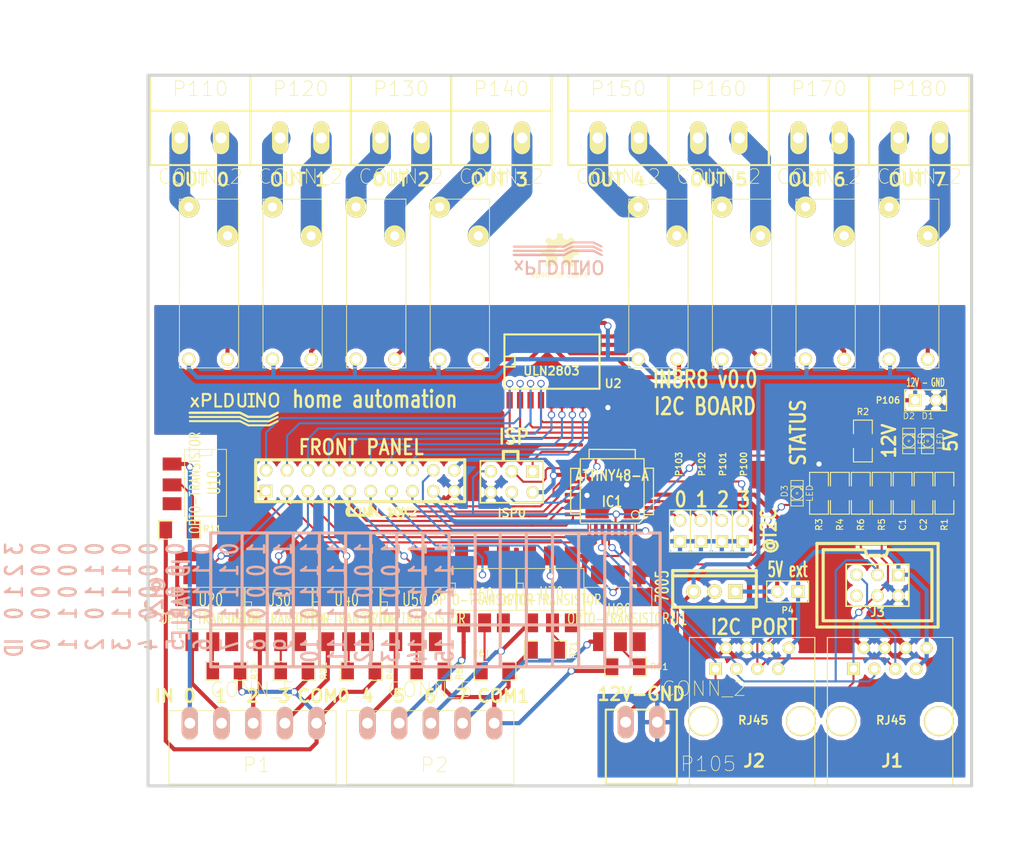
<source format=kicad_pcb>
(kicad_pcb (version 3) (host pcbnew "(2013-mar-13)-testing")
  (title_block (title "4in4out I2C board") (rev 0) (company "XPLDUINO project") (comment 1 "GNU GPL v2") (comment 2 "Domotic Open Source "))
  (layers (15 Dessus signal) (0 Dessous signal) (18 B.Paste user) (19 F.Paste user) (20 B.SilkS user) (21 F.SilkS user) (22 B.Mask user) (23 F.Mask user) (28 Edge.Cuts user))
  (net 0 "")
  (net 1 +12V)
  (net 2 +5V)
  (net 3 /230_110_1)
  (net 4 /230_110_2)
  (net 5 /230_120_1)
  (net 6 /230_120_2)
  (net 7 /230_130_1)
  (net 8 /230_130_2)
  (net 9 /230_140_1)
  (net 10 /230_140_2)
  (net 11 /230_150_1)
  (net 12 /230_150_2)
  (net 13 /230_160_1)
  (net 14 /230_160_2)
  (net 15 /230_170_1)
  (net 16 /230_170_2)
  (net 17 /230_180_1)
  (net 18 /230_180_2)
  (net 19 /INT)
  (net 20 5V_EXT)
  (net 21 A0)
  (net 22 A1)
  (net 23 A2)
  (net 24 A3)
  (net 25 CMD0)
  (net 26 CMD1)
  (net 27 CMD2)
  (net 28 CMD3)
  (net 29 CMD4)
  (net 30 CMD5)
  (net 31 CMD6)
  (net 32 CMD7)
  (net 33 COM0)
  (net 34 COM1)
  (net 35 GND)
  (net 36 IN0)
  (net 37 IN1)
  (net 38 IN2)
  (net 39 IN3)
  (net 40 IN4)
  (net 41 IN5)
  (net 42 IN6)
  (net 43 IN7)
  (net 44 LED)
  (net 45 MISO)
  (net 46 MOSI)
  (net 47 N-0000048)
  (net 48 N-0000049)
  (net 49 N-0000050)
  (net 50 N-0000051)
  (net 51 N-0000052)
  (net 52 N-0000053)
  (net 53 N-0000054)
  (net 54 N-0000055)
  (net 55 N-0000056)
  (net 56 N-0000057)
  (net 57 N-0000058)
  (net 58 N-0000059)
  (net 59 N-0000060)
  (net 60 N-0000062)
  (net 61 N-0000063)
  (net 62 N-0000074)
  (net 63 N-0000076)
  (net 64 N-0000077)
  (net 65 N-0000078)
  (net 66 N-0000082)
  (net 67 N-0000083)
  (net 68 N-0000084)
  (net 69 N-0000085)
  (net 70 N-0000086)
  (net 71 N-0000087)
  (net 72 N-0000088)
  (net 73 N-0000089)
  (net 74 N-0000091)
  (net 75 OUT0)
  (net 76 OUT1)
  (net 77 OUT2)
  (net 78 OUT3)
  (net 79 OUT4)
  (net 80 OUT5)
  (net 81 OUT6)
  (net 82 OUT7)
  (net 83 R0)
  (net 84 R1)
  (net 85 R2)
  (net 86 R3)
  (net 87 R4)
  (net 88 R5)
  (net 89 R6)
  (net 90 R7)
  (net 91 RESET)
  (net 92 SCK)
  (net 93 SCL)
  (net 94 SDA)
  (module SOIC18 (layer Dessus) (at 230.632 105.918)
    (fp_text reference U2 (at 7.493 2.667) (layer F.SilkS) (effects (font (size 1.016 1.016) (thickness 0.2032))))
    (fp_text value ULN2803 (at 0 1.143) (layer F.SilkS) (effects (font (size 1.016 1.016) (thickness 0.2032))))
    (pad 1 smd rect (at -5.08 4.7) (size 0.762 2) (layers Dessus F.Paste F.Mask) (net 75 OUT0))
    (pad 2 smd rect (at -3.81 4.699) (size 0.762 2) (layers Dessus F.Paste F.Mask) (net 76 OUT1))
    (pad 3 smd rect (at -2.54 4.699) (size 0.762 2) (layers Dessus F.Paste F.Mask) (net 77 OUT2))
    (pad 4 smd rect (at -1.27 4.699) (size 0.762 2) (layers Dessus F.Paste F.Mask) (net 78 OUT3))
    (pad 5 smd rect (at 0 4.699) (size 0.762 2) (layers Dessus F.Paste F.Mask) (net 79 OUT4))
    (pad 6 smd rect (at 1.27 4.699) (size 0.762 2) (layers Dessus F.Paste F.Mask) (net 80 OUT5))
    (pad 7 smd rect (at 2.54 4.699) (size 0.762 2) (layers Dessus F.Paste F.Mask) (net 81 OUT6))
    (pad 8 smd rect (at 3.81 4.699) (size 0.762 2) (layers Dessus F.Paste F.Mask) (net 82 OUT7))
    (pad 9 smd rect (at 5.08 4.699) (size 0.762 2) (layers Dessus F.Paste F.Mask) (net 35 GND))
    (pad 10 smd rect (at 5.08 -4.699) (size 0.762 2) (layers Dessus F.Paste F.Mask) (net 1 +12V))
    (pad 11 smd rect (at 3.81 -4.699) (size 0.762 2) (layers Dessus F.Paste F.Mask) (net 90 R7))
    (pad 12 smd rect (at 2.54 -4.699) (size 0.762 2) (layers Dessus F.Paste F.Mask) (net 89 R6))
    (pad 18 smd rect (at -5.08 -4.7) (size 0.762 2) (layers Dessus F.Paste F.Mask) (net 83 R0))
    (pad 17 smd rect (at -3.81 -4.699) (size 0.762 2) (layers Dessus F.Paste F.Mask) (net 84 R1))
    (pad 16 smd rect (at -2.54 -4.699) (size 0.762 2) (layers Dessus F.Paste F.Mask) (net 85 R2))
    (pad 15 smd rect (at -1.27 -4.699) (size 0.762 2) (layers Dessus F.Paste F.Mask) (net 86 R3))
    (pad 14 smd rect (at 0 -4.699) (size 0.762 2) (layers Dessus F.Paste F.Mask) (net 87 R4))
    (pad 13 smd rect (at 1.27 -4.699) (size 0.762 2) (layers Dessus F.Paste F.Mask) (net 88 R5))
  )
  (module pin_array_10x2 (layer Dessus) (at 209.931 120.396)
    (fp_text reference P3 (at 1.905 4.064) (layer F.SilkS) (effects (font (size 1.016 1.016) (thickness 0.27432))))
    (fp_text value CONN_10X2 (at 0 3.81) (layer F.SilkS) (effects (font (size 1.016 1.016) (thickness 0.2032))))
    (pad 1 thru_hole rect (at -13.97 1.27) (size 1.524 1.524) (drill 1.016) (layers *.Cu *.Mask F.SilkS) (net 25 CMD0))
    (pad 2 thru_hole circle (at -13.97 -1.27) (size 1.524 1.524) (drill 1.016) (layers *.Cu *.Mask F.SilkS) (net 75 OUT0))
    (pad 3 thru_hole circle (at -11.43 1.27) (size 1.524 1.524) (drill 1.016) (layers *.Cu *.Mask F.SilkS) (net 26 CMD1))
    (pad 4 thru_hole circle (at -11.43 -1.27) (size 1.524 1.524) (drill 1.016) (layers *.Cu *.Mask F.SilkS) (net 76 OUT1))
    (pad 5 thru_hole circle (at -8.89 1.27) (size 1.524 1.524) (drill 1.016) (layers *.Cu *.Mask F.SilkS) (net 27 CMD2))
    (pad 6 thru_hole circle (at -8.89 -1.27) (size 1.524 1.524) (drill 1.016) (layers *.Cu *.Mask F.SilkS) (net 77 OUT2))
    (pad 7 thru_hole circle (at -6.35 1.27) (size 1.524 1.524) (drill 1.016) (layers *.Cu *.Mask F.SilkS) (net 28 CMD3))
    (pad 8 thru_hole circle (at -6.35 -1.27) (size 1.524 1.524) (drill 1.016) (layers *.Cu *.Mask F.SilkS) (net 78 OUT3))
    (pad 9 thru_hole circle (at -3.81 1.27) (size 1.524 1.524) (drill 1.016) (layers *.Cu *.Mask F.SilkS) (net 29 CMD4))
    (pad 10 thru_hole circle (at -3.81 -1.27) (size 1.524 1.524) (drill 1.016) (layers *.Cu *.Mask F.SilkS) (net 79 OUT4))
    (pad 11 thru_hole circle (at -1.27 1.27) (size 1.524 1.524) (drill 1.016) (layers *.Cu *.Mask F.SilkS) (net 30 CMD5))
    (pad 12 thru_hole circle (at -1.27 -1.27) (size 1.524 1.524) (drill 1.016) (layers *.Cu *.Mask F.SilkS) (net 80 OUT5))
    (pad 13 thru_hole circle (at 1.27 1.27) (size 1.524 1.524) (drill 1.016) (layers *.Cu *.Mask F.SilkS) (net 31 CMD6))
    (pad 14 thru_hole circle (at 1.27 -1.27) (size 1.524 1.524) (drill 1.016) (layers *.Cu *.Mask F.SilkS) (net 81 OUT6))
    (pad 15 thru_hole circle (at 3.81 1.27) (size 1.524 1.524) (drill 1.016) (layers *.Cu *.Mask F.SilkS) (net 32 CMD7))
    (pad 16 thru_hole circle (at 3.81 -1.27) (size 1.524 1.524) (drill 1.016) (layers *.Cu *.Mask F.SilkS) (net 82 OUT7))
    (pad 17 thru_hole circle (at 6.35 1.27) (size 1.524 1.524) (drill 1.016) (layers *.Cu *.Mask F.SilkS) (net 91 RESET))
    (pad 18 thru_hole circle (at 6.35 -1.27) (size 1.524 1.524) (drill 1.016) (layers *.Cu *.Mask F.SilkS) (net 44 LED))
    (pad 19 thru_hole circle (at 8.89 1.27) (size 1.524 1.524) (drill 1.016) (layers *.Cu *.Mask F.SilkS) (net 35 GND))
    (pad 20 thru_hole circle (at 8.89 -1.27) (size 1.524 1.524) (drill 1.016) (layers *.Cu *.Mask F.SilkS) (net 2 +5V))
  )
  (module PIN_ARRAY_2X1 (layer Dessus) (at 259.334 133.858 180)
    (fp_text reference P4 (at 0 -2.286 180) (layer F.SilkS) (effects (font (size 0.762 0.762) (thickness 0.1524))))
    (fp_text value CONN_2 hide)
    (pad 1 thru_hole rect (at -1.27 0 180) (size 1.524 1.524) (drill 1.016) (layers *.Cu *.Mask F.SilkS) (net 20 5V_EXT))
    (pad 2 thru_hole circle (at 1.27 0 180) (size 1.524 1.524) (drill 1.016) (layers *.Cu *.Mask F.SilkS) (net 2 +5V))
  )
  (module TQFP32 (layer Dessus) (at 237.998 121.666 180)
    (fp_text reference IC1 (at 0 -1.27 180) (layer F.SilkS) (effects (font (size 1.27 1.016) (thickness 0.2032))))
    (fp_text value ATTINY48-A (at 0 1.905 180) (layer F.SilkS) (effects (font (size 1.27 1.016) (thickness 0.2032))))
    (pad 8 smd rect (at -4.81584 2.77622 180) (size 1.99898 0.44958) (layers Dessus F.Paste F.Mask) (net 80 OUT5))
    (pad 7 smd rect (at -4.81584 1.97612 180) (size 1.99898 0.44958) (layers Dessus F.Paste F.Mask) (net 79 OUT4))
    (pad 6 smd rect (at -4.81584 1.17602 180) (size 1.99898 0.44958) (layers Dessus F.Paste F.Mask) (net 24 A3))
    (pad 5 smd rect (at -4.81584 0.37592 180) (size 1.99898 0.44958) (layers Dessus F.Paste F.Mask) (net 35 GND))
    (pad 4 smd rect (at -4.81584 -0.42418 180) (size 1.99898 0.44958) (layers Dessus F.Paste F.Mask) (net 2 +5V))
    (pad 3 smd rect (at -4.81584 -1.22428 180) (size 1.99898 0.44958) (layers Dessus F.Paste F.Mask) (net 23 A2))
    (pad 2 smd rect (at -4.81584 -2.02438 180) (size 1.99898 0.44958) (layers Dessus F.Paste F.Mask) (net 22 A1))
    (pad 1 smd rect (at -4.81584 -2.82448 180) (size 1.99898 0.44958) (layers Dessus F.Paste F.Mask) (net 21 A0))
    (pad 24 smd rect (at 4.7498 -2.8194 180) (size 1.99898 0.44958) (layers Dessus F.Paste F.Mask) (net 28 CMD3))
    (pad 17 smd rect (at 4.7498 2.794 180) (size 1.99898 0.44958) (layers Dessus F.Paste F.Mask) (net 92 SCK))
    (pad 18 smd rect (at 4.7498 1.9812 180) (size 1.99898 0.44958) (layers Dessus F.Paste F.Mask) (net 2 +5V))
    (pad 19 smd rect (at 4.7498 1.1684 180) (size 1.99898 0.44958) (layers Dessus F.Paste F.Mask) (net 32 CMD7))
    (pad 20 smd rect (at 4.7498 0.381 180) (size 1.99898 0.44958) (layers Dessus F.Paste F.Mask) (net 31 CMD6))
    (pad 21 smd rect (at 4.7498 -0.4318 180) (size 1.99898 0.44958) (layers Dessus F.Paste F.Mask) (net 35 GND))
    (pad 22 smd rect (at 4.7498 -1.2192 180) (size 1.99898 0.44958) (layers Dessus F.Paste F.Mask) (net 30 CMD5))
    (pad 23 smd rect (at 4.7498 -2.032 180) (size 1.99898 0.44958) (layers Dessus F.Paste F.Mask) (net 29 CMD4))
    (pad 32 smd rect (at -2.82448 -4.826 180) (size 0.44958 1.99898) (layers Dessus F.Paste F.Mask) (net 44 LED))
    (pad 31 smd rect (at -2.02692 -4.826 180) (size 0.44958 1.99898) (layers Dessus F.Paste F.Mask) (net 19 /INT))
    (pad 30 smd rect (at -1.22428 -4.826 180) (size 0.44958 1.99898) (layers Dessus F.Paste F.Mask) (net 25 CMD0))
    (pad 29 smd rect (at -0.42672 -4.826 180) (size 0.44958 1.99898) (layers Dessus F.Paste F.Mask) (net 91 RESET))
    (pad 28 smd rect (at 0.37592 -4.826 180) (size 0.44958 1.99898) (layers Dessus F.Paste F.Mask) (net 93 SCL))
    (pad 27 smd rect (at 1.17348 -4.826 180) (size 0.44958 1.99898) (layers Dessus F.Paste F.Mask) (net 94 SDA))
    (pad 26 smd rect (at 1.97612 -4.826 180) (size 0.44958 1.99898) (layers Dessus F.Paste F.Mask) (net 26 CMD1))
    (pad 25 smd rect (at 2.77368 -4.826 180) (size 0.44958 1.99898) (layers Dessus F.Paste F.Mask) (net 27 CMD2))
    (pad 9 smd rect (at -2.8194 4.7752 180) (size 0.44958 1.99898) (layers Dessus F.Paste F.Mask) (net 81 OUT6))
    (pad 10 smd rect (at -2.032 4.7752 180) (size 0.44958 1.99898) (layers Dessus F.Paste F.Mask) (net 82 OUT7))
    (pad 11 smd rect (at -1.2192 4.7752 180) (size 0.44958 1.99898) (layers Dessus F.Paste F.Mask) (net 78 OUT3))
    (pad 12 smd rect (at -0.4318 4.7752 180) (size 0.44958 1.99898) (layers Dessus F.Paste F.Mask) (net 77 OUT2))
    (pad 13 smd rect (at 0.3556 4.7752 180) (size 0.44958 1.99898) (layers Dessus F.Paste F.Mask) (net 76 OUT1))
    (pad 14 smd rect (at 1.1684 4.7752 180) (size 0.44958 1.99898) (layers Dessus F.Paste F.Mask) (net 75 OUT0))
    (pad 15 smd rect (at 1.9812 4.7752 180) (size 0.44958 1.99898) (layers Dessus F.Paste F.Mask) (net 46 MOSI))
    (pad 16 smd rect (at 2.794 4.7752 180) (size 0.44958 1.99898) (layers Dessus F.Paste F.Mask) (net 45 MISO))
  )
  (module CMS-6 (layer Dessus) (at 230.505 133.604)
    (fp_text reference U70 (at 0.127 0.508) (layer F.SilkS) (effects (font (size 1.524 1.016) (thickness 0.1524))))
    (fp_text value OPTO-TRANSISTOR (at 0 1.27) (layer F.SilkS) (effects (font (size 1.27 0.889) (thickness 0.1524))))
    (pad 1 smd rect (at -2.286 4.064) (size 1.5748 2.286) (layers Dessus F.Paste F.Mask) (net 42 IN6))
    (pad 2 smd rect (at 0.254 4.064) (size 1.5748 2.286) (layers Dessus F.Paste F.Mask) (net 48 N-0000049))
    (pad 3 smd rect (at 2.54 4.064) (size 1.5748 2.286) (layers Dessus F.Paste F.Mask) (net 49 N-0000050))
    (pad 4 smd rect (at 2.54 -4.064) (size 1.5748 2.286) (layers Dessus F.Paste F.Mask) (net 35 GND))
    (pad 5 smd rect (at 0 -4.064) (size 1.5748 2.286) (layers Dessus F.Paste F.Mask) (net 31 CMD6))
    (pad 6 smd rect (at -2.54 -4.064) (size 1.5748 2.286) (layers Dessus F.Paste F.Mask) (net 50 N-0000051))
  )
  (module CMS-6 (layer Dessus) (at 238.76 135.89)
    (fp_text reference U80 (at 0.127 0.254) (layer F.SilkS) (effects (font (size 1.524 1.016) (thickness 0.1524))))
    (fp_text value OPTO-TRANSISTOR (at 0 1.27) (layer F.SilkS) (effects (font (size 1.27 0.889) (thickness 0.1524))))
    (pad 1 smd rect (at -2.286 4.064) (size 1.5748 2.286) (layers Dessus F.Paste F.Mask) (net 43 IN7))
    (pad 2 smd rect (at 0.254 4.064) (size 1.5748 2.286) (layers Dessus F.Paste F.Mask) (net 51 N-0000052))
    (pad 3 smd rect (at 2.54 4.064) (size 1.5748 2.286) (layers Dessus F.Paste F.Mask) (net 52 N-0000053))
    (pad 4 smd rect (at 2.54 -4.064) (size 1.5748 2.286) (layers Dessus F.Paste F.Mask) (net 35 GND))
    (pad 5 smd rect (at 0 -4.064) (size 1.5748 2.286) (layers Dessus F.Paste F.Mask) (net 32 CMD7))
    (pad 6 smd rect (at -2.54 -4.064) (size 1.5748 2.286) (layers Dessus F.Paste F.Mask) (net 53 N-0000054))
  )
  (module CMS-6 (layer Dessus) (at 222.25 133.604)
    (fp_text reference U60 (at -0.127 0.635) (layer F.SilkS) (effects (font (size 1.524 1.016) (thickness 0.1524))))
    (fp_text value OPTO-TRANSISTOR (at 0 1.27) (layer F.SilkS) (effects (font (size 1.27 0.889) (thickness 0.1524))))
    (pad 1 smd rect (at -2.286 4.064) (size 1.5748 2.286) (layers Dessus F.Paste F.Mask) (net 41 IN5))
    (pad 2 smd rect (at 0.254 4.064) (size 1.5748 2.286) (layers Dessus F.Paste F.Mask) (net 60 N-0000062))
    (pad 3 smd rect (at 2.54 4.064) (size 1.5748 2.286) (layers Dessus F.Paste F.Mask) (net 61 N-0000063))
    (pad 4 smd rect (at 2.54 -4.064) (size 1.5748 2.286) (layers Dessus F.Paste F.Mask) (net 35 GND))
    (pad 5 smd rect (at 0 -4.064) (size 1.5748 2.286) (layers Dessus F.Paste F.Mask) (net 30 CMD5))
    (pad 6 smd rect (at -2.54 -4.064) (size 1.5748 2.286) (layers Dessus F.Paste F.Mask) (net 47 N-0000048))
  )
  (module CMS-6 (layer Dessus) (at 213.995 135.89)
    (fp_text reference U50 (at 0 -1.016) (layer F.SilkS) (effects (font (size 1.524 1.016) (thickness 0.1524))))
    (fp_text value OPTO-TRANSISTOR (at 0 1.27) (layer F.SilkS) (effects (font (size 1.27 0.889) (thickness 0.1524))))
    (pad 1 smd rect (at -2.286 4.064) (size 1.5748 2.286) (layers Dessus F.Paste F.Mask) (net 40 IN4))
    (pad 2 smd rect (at 0.254 4.064) (size 1.5748 2.286) (layers Dessus F.Paste F.Mask) (net 59 N-0000060))
    (pad 3 smd rect (at 2.54 4.064) (size 1.5748 2.286) (layers Dessus F.Paste F.Mask) (net 57 N-0000058))
    (pad 4 smd rect (at 2.54 -4.064) (size 1.5748 2.286) (layers Dessus F.Paste F.Mask) (net 35 GND))
    (pad 5 smd rect (at 0 -4.064) (size 1.5748 2.286) (layers Dessus F.Paste F.Mask) (net 29 CMD4))
    (pad 6 smd rect (at -2.54 -4.064) (size 1.5748 2.286) (layers Dessus F.Paste F.Mask) (net 58 N-0000059))
  )
  (module CMS-6 (layer Dessus) (at 205.74 135.89)
    (fp_text reference U40 (at 0 -1.016) (layer F.SilkS) (effects (font (size 1.524 1.016) (thickness 0.1524))))
    (fp_text value OPTO-TRANSISTOR (at 0 1.27) (layer F.SilkS) (effects (font (size 1.27 0.889) (thickness 0.1524))))
    (pad 1 smd rect (at -2.286 4.064) (size 1.5748 2.286) (layers Dessus F.Paste F.Mask) (net 39 IN3))
    (pad 2 smd rect (at 0.254 4.064) (size 1.5748 2.286) (layers Dessus F.Paste F.Mask) (net 54 N-0000055))
    (pad 3 smd rect (at 2.54 4.064) (size 1.5748 2.286) (layers Dessus F.Paste F.Mask) (net 55 N-0000056))
    (pad 4 smd rect (at 2.54 -4.064) (size 1.5748 2.286) (layers Dessus F.Paste F.Mask) (net 35 GND))
    (pad 5 smd rect (at 0 -4.064) (size 1.5748 2.286) (layers Dessus F.Paste F.Mask) (net 28 CMD3))
    (pad 6 smd rect (at -2.54 -4.064) (size 1.5748 2.286) (layers Dessus F.Paste F.Mask) (net 56 N-0000057))
  )
  (module CMS-6 (layer Dessus) (at 197.485 135.89)
    (fp_text reference U30 (at 0 -1.016) (layer F.SilkS) (effects (font (size 1.524 1.016) (thickness 0.1524))))
    (fp_text value OPTO-TRANSISTOR (at 0 1.27) (layer F.SilkS) (effects (font (size 1.27 0.889) (thickness 0.1524))))
    (pad 1 smd rect (at -2.286 4.064) (size 1.5748 2.286) (layers Dessus F.Paste F.Mask) (net 38 IN2))
    (pad 2 smd rect (at 0.254 4.064) (size 1.5748 2.286) (layers Dessus F.Paste F.Mask) (net 69 N-0000085))
    (pad 3 smd rect (at 2.54 4.064) (size 1.5748 2.286) (layers Dessus F.Paste F.Mask) (net 70 N-0000086))
    (pad 4 smd rect (at 2.54 -4.064) (size 1.5748 2.286) (layers Dessus F.Paste F.Mask) (net 35 GND))
    (pad 5 smd rect (at 0 -4.064) (size 1.5748 2.286) (layers Dessus F.Paste F.Mask) (net 27 CMD2))
    (pad 6 smd rect (at -2.54 -4.064) (size 1.5748 2.286) (layers Dessus F.Paste F.Mask) (net 71 N-0000087))
  )
  (module CMS-6 (layer Dessus) (at 189.23 135.89)
    (fp_text reference U20 (at 0 -1.016) (layer F.SilkS) (effects (font (size 1.524 1.016) (thickness 0.1524))))
    (fp_text value OPTO-TRANSISTOR (at 0 1.27) (layer F.SilkS) (effects (font (size 1.27 0.889) (thickness 0.1524))))
    (pad 1 smd rect (at -2.286 4.064) (size 1.5748 2.286) (layers Dessus F.Paste F.Mask) (net 37 IN1))
    (pad 2 smd rect (at 0.254 4.064) (size 1.5748 2.286) (layers Dessus F.Paste F.Mask) (net 66 N-0000082))
    (pad 3 smd rect (at 2.54 4.064) (size 1.5748 2.286) (layers Dessus F.Paste F.Mask) (net 67 N-0000083))
    (pad 4 smd rect (at 2.54 -4.064) (size 1.5748 2.286) (layers Dessus F.Paste F.Mask) (net 35 GND))
    (pad 5 smd rect (at 0 -4.064) (size 1.5748 2.286) (layers Dessus F.Paste F.Mask) (net 26 CMD1))
    (pad 6 smd rect (at -2.54 -4.064) (size 1.5748 2.286) (layers Dessus F.Paste F.Mask) (net 68 N-0000084))
  )
  (module MOL_CONN_5_MINI (layer Dessus) (at 208.28 149.86)
    (fp_text reference P2 (at 8.128 5.08) (layer F.SilkS) (effects (font (size 1.778 1.778) (thickness 0.0889))))
    (fp_text value CONN_5 (at 7.62 -4.064) (layer F.SilkS) (effects (font (size 1.778 1.778) (thickness 0.0889))))
    (pad 1 thru_hole oval (at 0 0) (size 1.9812 3.9624) (drill 1.320799) (layers *.Cu *.SilkS *.Mask F.Paste) (net 40 IN4))
    (pad 2 thru_hole oval (at 3.85 0) (size 1.9812 3.9624) (drill 1.320799) (layers *.Cu *.SilkS *.Mask F.Paste) (net 41 IN5))
    (pad 3 thru_hole oval (at 7.7 0) (size 1.9812 3.9624) (drill 1.320799) (layers *.Cu *.SilkS *.Mask F.Paste) (net 42 IN6))
    (pad 4 thru_hole oval (at 11.55 0) (size 1.9812 3.9624) (drill 1.320799) (layers *.Cu *.SilkS *.Mask F.Paste) (net 43 IN7))
    (pad 5 thru_hole oval (at 15.4 0) (size 1.9812 3.9624) (drill 1.320799) (layers *.Cu *.SilkS *.Mask F.Paste) (net 34 COM1))
  )
  (module MOL_CONN_5_MINI (layer Dessus) (at 186.69 149.86)
    (fp_text reference P1 (at 8.128 5.08) (layer F.SilkS) (effects (font (size 1.778 1.778) (thickness 0.0889))))
    (fp_text value CONN_5 (at 7.62 -4.064) (layer F.SilkS) (effects (font (size 1.778 1.778) (thickness 0.0889))))
    (pad 1 thru_hole oval (at 0 0) (size 1.9812 3.9624) (drill 1.320799) (layers *.Cu *.SilkS *.Mask F.Paste) (net 36 IN0))
    (pad 2 thru_hole oval (at 3.85 0) (size 1.9812 3.9624) (drill 1.320799) (layers *.Cu *.SilkS *.Mask F.Paste) (net 37 IN1))
    (pad 3 thru_hole oval (at 7.7 0) (size 1.9812 3.9624) (drill 1.320799) (layers *.Cu *.SilkS *.Mask F.Paste) (net 38 IN2))
    (pad 4 thru_hole oval (at 11.55 0) (size 1.9812 3.9624) (drill 1.320799) (layers *.Cu *.SilkS *.Mask F.Paste) (net 39 IN3))
    (pad 5 thru_hole oval (at 15.4 0) (size 1.9812 3.9624) (drill 1.320799) (layers *.Cu *.SilkS *.Mask F.Paste) (net 33 COM0))
  )
  (module HE10-6 (layer Dessus) (at 270.256 133.096 180)
    (fp_text reference J3 (at 0 -3.302 180) (layer F.SilkS) (effects (font (size 1.016 1.016) (thickness 0.2032))))
    (fp_text value CONN_6 hide)
    (pad 1 thru_hole rect (at -2.54 1.27 180) (size 1.524 1.524) (drill 1.016) (layers *.Cu *.Mask F.SilkS) (net 20 5V_EXT))
    (pad 2 thru_hole circle (at -2.54 -1.27 180) (size 1.524 1.524) (drill 1.016) (layers *.Cu *.Mask F.SilkS) (net 35 GND))
    (pad 3 thru_hole circle (at 0 1.27 180) (size 1.524 1.524) (drill 1.016) (layers *.Cu *.Mask F.SilkS) (net 93 SCL))
    (pad 4 thru_hole circle (at 0 -1.27 180) (size 1.524 1.524) (drill 1.016) (layers *.Cu *.Mask F.SilkS) (net 94 SDA))
    (pad 5 thru_hole circle (at 2.54 1.27 180) (size 1.524 1.524) (drill 1.016) (layers *.Cu *.Mask F.SilkS) (net 19 /INT))
    (pad 6 thru_hole circle (at 2.54 -1.27 180) (size 1.524 1.524) (drill 1.016) (layers *.Cu *.Mask F.SilkS) (net 74 N-0000091))
  )
  (module LED-1206 (layer Dessus) (at 276.352 115.57 90)
    (fp_text reference D1 (at 3.048 0 180) (layer F.SilkS) (effects (font (size 0.762 0.762) (thickness 0.0889))))
    (fp_text value LED (at 0 1.524 90) (layer F.SilkS) (effects (font (size 0.762 0.762) (thickness 0.0889))))
    (pad 1 smd rect (at -1.41986 0 90) (size 1.59766 1.80086) (layers Dessus F.Paste F.Mask) (net 73 N-0000089))
    (pad 2 smd rect (at 1.41986 0 90) (size 1.59766 1.80086) (layers Dessus F.Paste F.Mask) (net 35 GND))
  )
  (module LED-1206 (layer Dessus) (at 274.066 115.57 90)
    (fp_text reference D2 (at 3.048 0 180) (layer F.SilkS) (effects (font (size 0.762 0.762) (thickness 0.0889))))
    (fp_text value LED (at 0 1.524 90) (layer F.SilkS) (effects (font (size 0.762 0.762) (thickness 0.0889))))
    (pad 1 smd rect (at -1.41986 0 90) (size 1.59766 1.80086) (layers Dessus F.Paste F.Mask) (net 72 N-0000088))
    (pad 2 smd rect (at 1.41986 0 90) (size 1.59766 1.80086) (layers Dessus F.Paste F.Mask) (net 35 GND))
  )
  (module LED-1206 (layer Dessus) (at 260.477 121.92 90)
    (fp_text reference D3 (at 0.254 -1.524 90) (layer F.SilkS) (effects (font (size 0.762 0.762) (thickness 0.0889))))
    (fp_text value LED (at 0 1.524 90) (layer F.SilkS) (effects (font (size 0.762 0.762) (thickness 0.0889))))
    (pad 1 smd rect (at -1.41986 0 90) (size 1.59766 1.80086) (layers Dessus F.Paste F.Mask) (net 44 LED))
    (pad 2 smd rect (at 1.41986 0 90) (size 1.59766 1.80086) (layers Dessus F.Paste F.Mask) (net 62 N-0000074))
  )
  (module MOL_CONN_2_VH (layer Dessus) (at 224.536 78.74 180)
    (fp_text reference P140 (at 0 5.969 180) (layer F.SilkS) (effects (font (size 1.778 1.778) (thickness 0.0889))))
    (fp_text value CONN_2 (at 0 -4.699 180) (layer F.SilkS) (effects (font (size 1.778 1.778) (thickness 0.0889))))
    (pad 1 thru_hole oval (at -2.5146 0 180) (size 1.9812 3.9624) (drill 1.320799) (layers *.Cu *.Mask F.Paste F.SilkS) (net 9 /230_140_1))
    (pad 2 thru_hole oval (at 2.4892 0 180) (size 1.9812 3.9624) (drill 1.320799) (layers *.Cu *.Mask F.Paste F.SilkS) (net 10 /230_140_2))
  )
  (module MOL_CONN_2_VH (layer Dessus) (at 212.344 78.74 180)
    (fp_text reference P130 (at 0 5.969 180) (layer F.SilkS) (effects (font (size 1.778 1.778) (thickness 0.0889))))
    (fp_text value CONN_2 (at 0 -4.699 180) (layer F.SilkS) (effects (font (size 1.778 1.778) (thickness 0.0889))))
    (pad 1 thru_hole oval (at -2.5146 0 180) (size 1.9812 3.9624) (drill 1.320799) (layers *.Cu *.Mask F.Paste F.SilkS) (net 7 /230_130_1))
    (pad 2 thru_hole oval (at 2.4892 0 180) (size 1.9812 3.9624) (drill 1.320799) (layers *.Cu *.Mask F.Paste F.SilkS) (net 8 /230_130_2))
  )
  (module MOL_CONN_2_VH (layer Dessus) (at 200.152 78.74 180)
    (fp_text reference P120 (at 0 5.969 180) (layer F.SilkS) (effects (font (size 1.778 1.778) (thickness 0.0889))))
    (fp_text value CONN_2 (at 0 -4.699 180) (layer F.SilkS) (effects (font (size 1.778 1.778) (thickness 0.0889))))
    (pad 1 thru_hole oval (at -2.5146 0 180) (size 1.9812 3.9624) (drill 1.320799) (layers *.Cu *.Mask F.Paste F.SilkS) (net 5 /230_120_1))
    (pad 2 thru_hole oval (at 2.4892 0 180) (size 1.9812 3.9624) (drill 1.320799) (layers *.Cu *.Mask F.Paste F.SilkS) (net 6 /230_120_2))
  )
  (module MOL_CONN_2_VH (layer Dessus) (at 238.76 78.74 180)
    (fp_text reference P150 (at 0 5.969 180) (layer F.SilkS) (effects (font (size 1.778 1.778) (thickness 0.0889))))
    (fp_text value CONN_2 (at 0 -4.699 180) (layer F.SilkS) (effects (font (size 1.778 1.778) (thickness 0.0889))))
    (pad 1 thru_hole oval (at -2.5146 0 180) (size 1.9812 3.9624) (drill 1.320799) (layers *.Cu *.Mask F.Paste F.SilkS) (net 11 /230_150_1))
    (pad 2 thru_hole oval (at 2.4892 0 180) (size 1.9812 3.9624) (drill 1.320799) (layers *.Cu *.Mask F.Paste F.SilkS) (net 12 /230_150_2))
  )
  (module MOL_CONN_2_VH (layer Dessus) (at 187.96 78.74 180)
    (fp_text reference P110 (at 0 5.969 180) (layer F.SilkS) (effects (font (size 1.778 1.778) (thickness 0.0889))))
    (fp_text value CONN_2 (at 0 -4.699 180) (layer F.SilkS) (effects (font (size 1.778 1.778) (thickness 0.0889))))
    (pad 1 thru_hole oval (at -2.5146 0 180) (size 1.9812 3.9624) (drill 1.320799) (layers *.Cu *.Mask F.Paste F.SilkS) (net 3 /230_110_1))
    (pad 2 thru_hole oval (at 2.4892 0 180) (size 1.9812 3.9624) (drill 1.320799) (layers *.Cu *.Mask F.Paste F.SilkS) (net 4 /230_110_2))
  )
  (module MOL_CONN_2_VH (layer Dessus) (at 250.952 78.74 180)
    (fp_text reference P160 (at 0 5.969 180) (layer F.SilkS) (effects (font (size 1.778 1.778) (thickness 0.0889))))
    (fp_text value CONN_2 (at 0 -4.699 180) (layer F.SilkS) (effects (font (size 1.778 1.778) (thickness 0.0889))))
    (pad 1 thru_hole oval (at -2.5146 0 180) (size 1.9812 3.9624) (drill 1.320799) (layers *.Cu *.Mask F.Paste F.SilkS) (net 13 /230_160_1))
    (pad 2 thru_hole oval (at 2.4892 0 180) (size 1.9812 3.9624) (drill 1.320799) (layers *.Cu *.Mask F.Paste F.SilkS) (net 14 /230_160_2))
  )
  (module MOL_CONN_2_VH (layer Dessus) (at 275.336 78.74 180)
    (fp_text reference P180 (at 0 5.969 180) (layer F.SilkS) (effects (font (size 1.778 1.778) (thickness 0.0889))))
    (fp_text value CONN_2 (at 0 -4.699 180) (layer F.SilkS) (effects (font (size 1.778 1.778) (thickness 0.0889))))
    (pad 1 thru_hole oval (at -2.5146 0 180) (size 1.9812 3.9624) (drill 1.320799) (layers *.Cu *.Mask F.Paste F.SilkS) (net 17 /230_180_1))
    (pad 2 thru_hole oval (at 2.4892 0 180) (size 1.9812 3.9624) (drill 1.320799) (layers *.Cu *.Mask F.Paste F.SilkS) (net 18 /230_180_2))
  )
  (module MOL_CONN_2_VH (layer Dessus) (at 263.144 78.74 180)
    (fp_text reference P170 (at 0 5.969 180) (layer F.SilkS) (effects (font (size 1.778 1.778) (thickness 0.0889))))
    (fp_text value CONN_2 (at 0 -4.699 180) (layer F.SilkS) (effects (font (size 1.778 1.778) (thickness 0.0889))))
    (pad 1 thru_hole oval (at -2.5146 0 180) (size 1.9812 3.9624) (drill 1.320799) (layers *.Cu *.Mask F.Paste F.SilkS) (net 15 /230_170_1))
    (pad 2 thru_hole oval (at 2.4892 0 180) (size 1.9812 3.9624) (drill 1.320799) (layers *.Cu *.Mask F.Paste F.SilkS) (net 16 /230_170_2))
  )
  (module PIN_ARRAY_2X1 (layer Dessus) (at 253.873 126.492 90)
    (fp_text reference P100 (at 8.128 0.127 90) (layer F.SilkS) (effects (font (size 0.762 0.762) (thickness 0.1524))))
    (fp_text value CONN_2 hide)
    (pad 1 thru_hole rect (at -1.27 0 90) (size 1.524 1.524) (drill 1.016) (layers *.Cu *.Mask F.SilkS) (net 35 GND))
    (pad 2 thru_hole circle (at 1.27 0 90) (size 1.524 1.524) (drill 1.016) (layers *.Cu *.Mask F.SilkS) (net 24 A3))
  )
  (module PIN_ARRAY_2X1 (layer Dessus) (at 251.333 126.492 90)
    (fp_text reference P101 (at 8.128 0.127 90) (layer F.SilkS) (effects (font (size 0.762 0.762) (thickness 0.1524))))
    (fp_text value CONN_2 hide)
    (pad 1 thru_hole rect (at -1.27 0 90) (size 1.524 1.524) (drill 1.016) (layers *.Cu *.Mask F.SilkS) (net 35 GND))
    (pad 2 thru_hole circle (at 1.27 0 90) (size 1.524 1.524) (drill 1.016) (layers *.Cu *.Mask F.SilkS) (net 23 A2))
  )
  (module PIN_ARRAY_2X1 (layer Dessus) (at 246.253 126.492 90)
    (fp_text reference P103 (at 8.128 -0.127 90) (layer F.SilkS) (effects (font (size 0.762 0.762) (thickness 0.1524))))
    (fp_text value CONN_2 hide)
    (pad 1 thru_hole rect (at -1.27 0 90) (size 1.524 1.524) (drill 1.016) (layers *.Cu *.Mask F.SilkS) (net 35 GND))
    (pad 2 thru_hole circle (at 1.27 0 90) (size 1.524 1.524) (drill 1.016) (layers *.Cu *.Mask F.SilkS) (net 21 A0))
  )
  (module PIN_ARRAY_2X1 (layer Dessus) (at 276.098 110.617)
    (fp_text reference P106 (at -4.572 0) (layer F.SilkS) (effects (font (size 0.762 0.762) (thickness 0.1524))))
    (fp_text value CONN_2 hide)
    (pad 1 thru_hole rect (at -1.27 0) (size 1.524 1.524) (drill 1.016) (layers *.Cu *.Mask F.SilkS) (net 1 +12V))
    (pad 2 thru_hole circle (at 1.27 0) (size 1.524 1.524) (drill 1.016) (layers *.Cu *.Mask F.SilkS) (net 35 GND))
  )
  (module PIN_ARRAY_2X1 (layer Dessus) (at 248.793 126.492 90)
    (fp_text reference P102 (at 8.128 0.127 90) (layer F.SilkS) (effects (font (size 0.762 0.762) (thickness 0.1524))))
    (fp_text value CONN_2 hide)
    (pad 1 thru_hole rect (at -1.27 0 90) (size 1.524 1.524) (drill 1.016) (layers *.Cu *.Mask F.SilkS) (net 35 GND))
    (pad 2 thru_hole circle (at 1.27 0 90) (size 1.524 1.524) (drill 1.016) (layers *.Cu *.Mask F.SilkS) (net 22 A1))
  )
  (module SM1206 (layer Dessus) (at 215.9 143.51)
    (fp_text reference R51 (at 3.556 0 90) (layer F.SilkS) (effects (font (size 0.762 0.762) (thickness 0.127))))
    (fp_text value 2KR hide)
    (pad 1 smd rect (at -1.651 0) (size 1.524 2.032) (layers Dessus F.Paste F.Mask) (net 59 N-0000060))
    (pad 2 smd rect (at 1.651 0) (size 1.524 2.032) (layers Dessus F.Paste F.Mask) (net 34 COM1))
  )
  (module SM1206 (layer Dessus) (at 265.684 121.92 90)
    (fp_text reference R4 (at -3.81 0 90) (layer F.SilkS) (effects (font (size 0.762 0.762) (thickness 0.127))))
    (fp_text value 10KR hide)
    (pad 1 smd rect (at -1.651 0 90) (size 1.524 2.032) (layers Dessus F.Paste F.Mask) (net 2 +5V))
    (pad 2 smd rect (at 1.651 0 90) (size 1.524 2.032) (layers Dessus F.Paste F.Mask) (net 91 RESET))
  )
  (module SM1206 (layer Dessus) (at 263.144 121.92 90)
    (fp_text reference R3 (at -3.81 0 90) (layer F.SilkS) (effects (font (size 0.762 0.762) (thickness 0.127))))
    (fp_text value 2KR hide)
    (pad 1 smd rect (at -1.651 0 90) (size 1.524 2.032) (layers Dessus F.Paste F.Mask) (net 62 N-0000074))
    (pad 2 smd rect (at 1.651 0 90) (size 1.524 2.032) (layers Dessus F.Paste F.Mask) (net 35 GND))
  )
  (module SM1206 (layer Dessus) (at 275.844 121.92 90)
    (fp_text reference C2 (at -3.81 0 90) (layer F.SilkS) (effects (font (size 0.762 0.762) (thickness 0.127))))
    (fp_text value C hide)
    (pad 1 smd rect (at -1.651 0 90) (size 1.524 2.032) (layers Dessus F.Paste F.Mask) (net 2 +5V))
    (pad 2 smd rect (at 1.651 0 90) (size 1.524 2.032) (layers Dessus F.Paste F.Mask) (net 35 GND))
  )
  (module SM1206 (layer Dessus) (at 273.304 121.92 90)
    (fp_text reference C1 (at -3.81 0 90) (layer F.SilkS) (effects (font (size 0.762 0.762) (thickness 0.127))))
    (fp_text value C hide)
    (pad 1 smd rect (at -1.651 0 90) (size 1.524 2.032) (layers Dessus F.Paste F.Mask) (net 2 +5V))
    (pad 2 smd rect (at 1.651 0 90) (size 1.524 2.032) (layers Dessus F.Paste F.Mask) (net 35 GND))
  )
  (module SM1206 (layer Dessus) (at 268.478 115.57 270)
    (fp_text reference R2 (at -3.556 0 360) (layer F.SilkS) (effects (font (size 0.762 0.762) (thickness 0.127))))
    (fp_text value 4.7KR hide)
    (pad 1 smd rect (at -1.651 0 270) (size 1.524 2.032) (layers Dessus F.Paste F.Mask) (net 1 +12V))
    (pad 2 smd rect (at 1.651 0 270) (size 1.524 2.032) (layers Dessus F.Paste F.Mask) (net 72 N-0000088))
  )
  (module SM1206 (layer Dessus) (at 199.39 143.51)
    (fp_text reference R31 (at 3.556 0 90) (layer F.SilkS) (effects (font (size 0.762 0.762) (thickness 0.127))))
    (fp_text value 2KR hide)
    (pad 1 smd rect (at -1.651 0) (size 1.524 2.032) (layers Dessus F.Paste F.Mask) (net 69 N-0000085))
    (pad 2 smd rect (at 1.651 0) (size 1.524 2.032) (layers Dessus F.Paste F.Mask) (net 33 COM0))
  )
  (module SM1206 (layer Dessus) (at 278.384 121.92 90)
    (fp_text reference R1 (at -3.81 0 90) (layer F.SilkS) (effects (font (size 0.762 0.762) (thickness 0.127))))
    (fp_text value 2KR hide)
    (pad 1 smd rect (at -1.651 0 90) (size 1.524 2.032) (layers Dessus F.Paste F.Mask) (net 2 +5V))
    (pad 2 smd rect (at 1.651 0 90) (size 1.524 2.032) (layers Dessus F.Paste F.Mask) (net 73 N-0000089))
  )
  (module SM1206 (layer Dessus) (at 191.135 143.51)
    (fp_text reference R21 (at 3.429 0 90) (layer F.SilkS) (effects (font (size 0.762 0.762) (thickness 0.127))))
    (fp_text value 2KR hide)
    (pad 1 smd rect (at -1.651 0) (size 1.524 2.032) (layers Dessus F.Paste F.Mask) (net 66 N-0000082))
    (pad 2 smd rect (at 1.651 0) (size 1.524 2.032) (layers Dessus F.Paste F.Mask) (net 33 COM0))
  )
  (module SM1206 (layer Dessus) (at 207.518 143.51)
    (fp_text reference R41 (at 3.556 0 90) (layer F.SilkS) (effects (font (size 0.762 0.762) (thickness 0.127))))
    (fp_text value 2KR hide)
    (pad 1 smd rect (at -1.651 0) (size 1.524 2.032) (layers Dessus F.Paste F.Mask) (net 54 N-0000055))
    (pad 2 smd rect (at 1.651 0) (size 1.524 2.032) (layers Dessus F.Paste F.Mask) (net 33 COM0))
  )
  (module SM1206 (layer Dessus) (at 239.649 143.002 180)
    (fp_text reference R81 (at -4.064 0 180) (layer F.SilkS) (effects (font (size 0.762 0.762) (thickness 0.127))))
    (fp_text value 2KR hide)
    (pad 1 smd rect (at -1.651 0 180) (size 1.524 2.032) (layers Dessus F.Paste F.Mask) (net 51 N-0000052))
    (pad 2 smd rect (at 1.651 0 180) (size 1.524 2.032) (layers Dessus F.Paste F.Mask) (net 34 COM1))
  )
  (module SM1206 (layer Dessus) (at 223.774 143.51)
    (fp_text reference R61 (at -1.651 -2.159 180) (layer F.SilkS) (effects (font (size 0.762 0.762) (thickness 0.127))))
    (fp_text value 2KR hide)
    (pad 1 smd rect (at -1.651 0) (size 1.524 2.032) (layers Dessus F.Paste F.Mask) (net 60 N-0000062))
    (pad 2 smd rect (at 1.651 0) (size 1.524 2.032) (layers Dessus F.Paste F.Mask) (net 34 COM1))
  )
  (module SM1206 (layer Dessus) (at 229.87 140.97 180)
    (fp_text reference R71 (at -3.429 0 270) (layer F.SilkS) (effects (font (size 0.762 0.762) (thickness 0.127))))
    (fp_text value 2KR hide)
    (pad 1 smd rect (at -1.651 0 180) (size 1.524 2.032) (layers Dessus F.Paste F.Mask) (net 48 N-0000049))
    (pad 2 smd rect (at 1.651 0 180) (size 1.524 2.032) (layers Dessus F.Paste F.Mask) (net 34 COM1))
  )
  (module pin_array_3x2 (layer Dessus) (at 225.806 120.523 180)
    (fp_text reference ISP0 (at 0 -3.81 180) (layer F.SilkS) (effects (font (size 1.016 1.016) (thickness 0.2032))))
    (fp_text value CONN_3X2 hide)
    (pad 1 thru_hole rect (at -2.54 1.27 180) (size 1.524 1.524) (drill 1.016) (layers *.Cu *.Mask F.SilkS) (net 45 MISO))
    (pad 2 thru_hole circle (at -2.54 -1.27 180) (size 1.524 1.524) (drill 1.016) (layers *.Cu *.Mask F.SilkS) (net 2 +5V))
    (pad 3 thru_hole circle (at 0 1.27 180) (size 1.524 1.524) (drill 1.016) (layers *.Cu *.Mask F.SilkS) (net 92 SCK))
    (pad 4 thru_hole circle (at 0 -1.27 180) (size 1.524 1.524) (drill 1.016) (layers *.Cu *.Mask F.SilkS) (net 46 MOSI))
    (pad 5 thru_hole circle (at 2.54 1.27 180) (size 1.524 1.524) (drill 1.016) (layers *.Cu *.Mask F.SilkS) (net 91 RESET))
    (pad 6 thru_hole circle (at 2.54 -1.27 180) (size 1.524 1.524) (drill 1.016) (layers *.Cu *.Mask F.SilkS) (net 35 GND))
  )
  (module CMS-6 (layer Dessus) (at 188.595 120.65 270)
    (fp_text reference U10 (at 0 -1.016 270) (layer F.SilkS) (effects (font (size 1.524 1.016) (thickness 0.1524))))
    (fp_text value OPTO-TRANSISTOR (at 0 1.27 270) (layer F.SilkS) (effects (font (size 1.27 0.889) (thickness 0.1524))))
    (pad 1 smd rect (at -2.286 4.064 270) (size 1.5748 2.286) (layers Dessus F.Paste F.Mask) (net 36 IN0))
    (pad 2 smd rect (at 0.254 4.064 270) (size 1.5748 2.286) (layers Dessus F.Paste F.Mask) (net 63 N-0000076))
    (pad 3 smd rect (at 2.54 4.064 270) (size 1.5748 2.286) (layers Dessus F.Paste F.Mask) (net 64 N-0000077))
    (pad 4 smd rect (at 2.54 -4.064 270) (size 1.5748 2.286) (layers Dessus F.Paste F.Mask) (net 35 GND))
    (pad 5 smd rect (at 0 -4.064 270) (size 1.5748 2.286) (layers Dessus F.Paste F.Mask) (net 25 CMD0))
    (pad 6 smd rect (at -2.54 -4.064 270) (size 1.5748 2.286) (layers Dessus F.Paste F.Mask) (net 65 N-0000078))
  )
  (module SM1206 (layer Dessus) (at 185.42 126.365 180)
    (fp_text reference R11 (at -4.0005 0.127 180) (layer F.SilkS) (effects (font (size 0.762 0.762) (thickness 0.127))))
    (fp_text value 2KR hide)
    (pad 1 smd rect (at -1.651 0 180) (size 1.524 2.032) (layers Dessus F.Paste F.Mask) (net 63 N-0000076))
    (pad 2 smd rect (at 1.651 0 180) (size 1.524 2.032) (layers Dessus F.Paste F.Mask) (net 33 COM0))
  )
  (module TO220_7805_VERT (layer Dessus) (at 250.444 133.858 90)
    (fp_text reference U1 (at -3.302 -4.318 180) (layer F.SilkS) (effects (font (size 1.524 1.016) (thickness 0.2032))))
    (fp_text value 7805 (at 0.635 -6.35 90) (layer F.SilkS) (effects (font (size 1.524 1.016) (thickness 0.2032))))
    (pad VI thru_hole circle (at 0 -2.54 90) (size 1.778 1.778) (drill 1.016) (layers *.Cu *.Mask F.SilkS) (net 1 +12V))
    (pad GND thru_hole circle (at 0 0 90) (size 1.778 1.778) (drill 1.016) (layers *.Cu *.Mask F.SilkS) (net 35 GND))
    (pad VO thru_hole rect (at 0 2.54 90) (size 1.778 1.778) (drill 1.016) (layers *.Cu *.Mask F.SilkS) (net 2 +5V))
  )
  (module SM1206 (layer Dessus) (at 270.764 121.92 270)
    (fp_text reference R5 (at 3.81 0 270) (layer F.SilkS) (effects (font (size 0.762 0.762) (thickness 0.127))))
    (fp_text value 10KR hide)
    (pad 1 smd rect (at -1.651 0 270) (size 1.524 2.032) (layers Dessus F.Paste F.Mask) (net 2 +5V))
    (pad 2 smd rect (at 1.651 0 270) (size 1.524 2.032) (layers Dessus F.Paste F.Mask) (net 94 SDA))
  )
  (module SM1206 (layer Dessus) (at 268.224 121.92 270)
    (fp_text reference R6 (at 3.81 0 270) (layer F.SilkS) (effects (font (size 0.762 0.762) (thickness 0.127))))
    (fp_text value 10KR hide)
    (pad 1 smd rect (at -1.651 0 270) (size 1.524 2.032) (layers Dessus F.Paste F.Mask) (net 2 +5V))
    (pad 2 smd rect (at 1.651 0 270) (size 1.524 2.032) (layers Dessus F.Paste F.Mask) (net 93 SCL))
  )
  (module logo_xplduino (layer Dessus) (at 192.024 112.395)
    (fp_text reference logo_xplduino hide)
    (fp_text value VAL** hide)
  )
  (module logo_xplduino (layer Dessous) (at 231.394 92.71)
    (fp_text reference logo_xplduino hide)
    (fp_text value VAL** hide)
  )
  (module G5T-1-12VDC (layer Dessus) (at 185.42 106.68 90)
    (fp_text reference K110 (at 9.99998 -1.19888 90) (layer F.SilkS) (effects (font (size 0.0004 0.0004) (thickness 0.3048))))
    (fp_text value G5T-1-12VDC (at 10.39876 3.8989 90) (layer F.SilkS) (effects (font (size 0.0004 0.0004) (thickness 0.3048))))
    (pad 1 thru_hole circle (at 1.04902 1.15062 90) (size 1.6002 1.6002) (drill 1.09982) (layers *.Cu *.Mask F.SilkS) (net 1 +12V))
    (pad 2 thru_hole circle (at 1.04902 5.84962 90) (size 1.6002 1.6002) (drill 1.09982) (layers *.Cu *.Mask F.SilkS) (net 83 R0))
    (pad 3 thru_hole circle (at 16.05026 5.84962 90) (size 2.54 2.54) (drill 1.09982) (layers *.Cu *.Mask F.SilkS) (net 3 /230_110_1))
    (pad 4 thru_hole circle (at 19.55038 1.15062 90) (size 2.54 2.54) (drill 1.09982) (layers *.Cu *.Mask F.SilkS) (net 4 /230_110_2))
  )
  (module G5T-1-12VDC (layer Dessus) (at 195.58 106.68 90)
    (fp_text reference K120 (at 9.99998 -1.19888 90) (layer F.SilkS) (effects (font (size 0.0004 0.0004) (thickness 0.3048))))
    (fp_text value G5T-1-12VDC (at 10.39876 3.8989 90) (layer F.SilkS) (effects (font (size 0.0004 0.0004) (thickness 0.3048))))
    (pad 1 thru_hole circle (at 1.04902 1.15062 90) (size 1.6002 1.6002) (drill 1.09982) (layers *.Cu *.Mask F.SilkS) (net 1 +12V))
    (pad 2 thru_hole circle (at 1.04902 5.84962 90) (size 1.6002 1.6002) (drill 1.09982) (layers *.Cu *.Mask F.SilkS) (net 84 R1))
    (pad 3 thru_hole circle (at 16.05026 5.84962 90) (size 2.54 2.54) (drill 1.09982) (layers *.Cu *.Mask F.SilkS) (net 5 /230_120_1))
    (pad 4 thru_hole circle (at 19.55038 1.15062 90) (size 2.54 2.54) (drill 1.09982) (layers *.Cu *.Mask F.SilkS) (net 6 /230_120_2))
  )
  (module G5T-1-12VDC (layer Dessus) (at 205.74 106.68 90)
    (fp_text reference K130 (at 9.99998 -1.19888 90) (layer F.SilkS) (effects (font (size 0.0004 0.0004) (thickness 0.3048))))
    (fp_text value G5T-1-12VDC (at 10.39876 3.8989 90) (layer F.SilkS) (effects (font (size 0.0004 0.0004) (thickness 0.3048))))
    (pad 1 thru_hole circle (at 1.04902 1.15062 90) (size 1.6002 1.6002) (drill 1.09982) (layers *.Cu *.Mask F.SilkS) (net 1 +12V))
    (pad 2 thru_hole circle (at 1.04902 5.84962 90) (size 1.6002 1.6002) (drill 1.09982) (layers *.Cu *.Mask F.SilkS) (net 85 R2))
    (pad 3 thru_hole circle (at 16.05026 5.84962 90) (size 2.54 2.54) (drill 1.09982) (layers *.Cu *.Mask F.SilkS) (net 7 /230_130_1))
    (pad 4 thru_hole circle (at 19.55038 1.15062 90) (size 2.54 2.54) (drill 1.09982) (layers *.Cu *.Mask F.SilkS) (net 8 /230_130_2))
  )
  (module G5T-1-12VDC (layer Dessus) (at 215.9 106.68 90)
    (fp_text reference K140 (at 9.99998 -1.19888 90) (layer F.SilkS) (effects (font (size 0.0004 0.0004) (thickness 0.3048))))
    (fp_text value G5T-1-12VDC (at 10.39876 3.8989 90) (layer F.SilkS) (effects (font (size 0.0004 0.0004) (thickness 0.3048))))
    (pad 1 thru_hole circle (at 1.04902 1.15062 90) (size 1.6002 1.6002) (drill 1.09982) (layers *.Cu *.Mask F.SilkS) (net 1 +12V))
    (pad 2 thru_hole circle (at 1.04902 5.84962 90) (size 1.6002 1.6002) (drill 1.09982) (layers *.Cu *.Mask F.SilkS) (net 86 R3))
    (pad 3 thru_hole circle (at 16.05026 5.84962 90) (size 2.54 2.54) (drill 1.09982) (layers *.Cu *.Mask F.SilkS) (net 9 /230_140_1))
    (pad 4 thru_hole circle (at 19.55038 1.15062 90) (size 2.54 2.54) (drill 1.09982) (layers *.Cu *.Mask F.SilkS) (net 10 /230_140_2))
  )
  (module G5T-1-12VDC (layer Dessus) (at 240.03 106.68 90)
    (fp_text reference K150 (at 9.99998 -1.19888 90) (layer F.SilkS) (effects (font (size 0.0004 0.0004) (thickness 0.3048))))
    (fp_text value G5T-1-12VDC (at 10.39876 3.8989 90) (layer F.SilkS) (effects (font (size 0.0004 0.0004) (thickness 0.3048))))
    (pad 1 thru_hole circle (at 1.04902 1.15062 90) (size 1.6002 1.6002) (drill 1.09982) (layers *.Cu *.Mask F.SilkS) (net 1 +12V))
    (pad 2 thru_hole circle (at 1.04902 5.84962 90) (size 1.6002 1.6002) (drill 1.09982) (layers *.Cu *.Mask F.SilkS) (net 87 R4))
    (pad 3 thru_hole circle (at 16.05026 5.84962 90) (size 2.54 2.54) (drill 1.09982) (layers *.Cu *.Mask F.SilkS) (net 11 /230_150_1))
    (pad 4 thru_hole circle (at 19.55038 1.15062 90) (size 2.54 2.54) (drill 1.09982) (layers *.Cu *.Mask F.SilkS) (net 12 /230_150_2))
  )
  (module G5T-1-12VDC (layer Dessus) (at 250.19 106.68 90)
    (fp_text reference K160 (at 9.99998 -1.19888 90) (layer F.SilkS) (effects (font (size 0.0004 0.0004) (thickness 0.3048))))
    (fp_text value G5T-1-12VDC (at 10.39876 3.8989 90) (layer F.SilkS) (effects (font (size 0.0004 0.0004) (thickness 0.3048))))
    (pad 1 thru_hole circle (at 1.04902 1.15062 90) (size 1.6002 1.6002) (drill 1.09982) (layers *.Cu *.Mask F.SilkS) (net 1 +12V))
    (pad 2 thru_hole circle (at 1.04902 5.84962 90) (size 1.6002 1.6002) (drill 1.09982) (layers *.Cu *.Mask F.SilkS) (net 88 R5))
    (pad 3 thru_hole circle (at 16.05026 5.84962 90) (size 2.54 2.54) (drill 1.09982) (layers *.Cu *.Mask F.SilkS) (net 13 /230_160_1))
    (pad 4 thru_hole circle (at 19.55038 1.15062 90) (size 2.54 2.54) (drill 1.09982) (layers *.Cu *.Mask F.SilkS) (net 14 /230_160_2))
  )
  (module G5T-1-12VDC (layer Dessus) (at 260.35 106.68 90)
    (fp_text reference K170 (at 9.99998 -1.19888 90) (layer F.SilkS) (effects (font (size 0.0004 0.0004) (thickness 0.3048))))
    (fp_text value G5T-1-12VDC (at 10.39876 3.8989 90) (layer F.SilkS) (effects (font (size 0.0004 0.0004) (thickness 0.3048))))
    (pad 1 thru_hole circle (at 1.04902 1.15062 90) (size 1.6002 1.6002) (drill 1.09982) (layers *.Cu *.Mask F.SilkS) (net 1 +12V))
    (pad 2 thru_hole circle (at 1.04902 5.84962 90) (size 1.6002 1.6002) (drill 1.09982) (layers *.Cu *.Mask F.SilkS) (net 89 R6))
    (pad 3 thru_hole circle (at 16.05026 5.84962 90) (size 2.54 2.54) (drill 1.09982) (layers *.Cu *.Mask F.SilkS) (net 15 /230_170_1))
    (pad 4 thru_hole circle (at 19.55038 1.15062 90) (size 2.54 2.54) (drill 1.09982) (layers *.Cu *.Mask F.SilkS) (net 16 /230_170_2))
  )
  (module G5T-1-12VDC (layer Dessus) (at 270.51 106.68 90)
    (fp_text reference K180 (at 9.99998 -1.19888 90) (layer F.SilkS) (effects (font (size 0.0004 0.0004) (thickness 0.3048))))
    (fp_text value G5T-1-12VDC (at 10.39876 3.8989 90) (layer F.SilkS) (effects (font (size 0.0004 0.0004) (thickness 0.3048))))
    (pad 1 thru_hole circle (at 1.04902 1.15062 90) (size 1.6002 1.6002) (drill 1.09982) (layers *.Cu *.Mask F.SilkS) (net 1 +12V))
    (pad 2 thru_hole circle (at 1.04902 5.84962 90) (size 1.6002 1.6002) (drill 1.09982) (layers *.Cu *.Mask F.SilkS) (net 90 R7))
    (pad 3 thru_hole circle (at 16.05026 5.84962 90) (size 2.54 2.54) (drill 1.09982) (layers *.Cu *.Mask F.SilkS) (net 17 /230_180_1))
    (pad 4 thru_hole circle (at 19.55038 1.15062 90) (size 2.54 2.54) (drill 1.09982) (layers *.Cu *.Mask F.SilkS) (net 18 /230_180_2))
  )
  (module MOL_CONN_2_MINI (layer Dessus) (at 241.554 149.733)
    (fp_text reference P105 (at 8.128 5.08) (layer F.SilkS) (effects (font (size 1.778 1.778) (thickness 0.0889))))
    (fp_text value CONN_2 (at 7.62 -4.064) (layer F.SilkS) (effects (font (size 1.778 1.778) (thickness 0.0889))))
    (pad 1 thru_hole oval (at -1.905 0) (size 1.9812 3.9624) (drill 1.320799) (layers *.Cu *.SilkS *.Mask F.Paste) (net 1 +12V))
    (pad 2 thru_hole oval (at 1.945 0) (size 1.9812 3.9624) (drill 1.320799) (layers *.Cu *.SilkS *.Mask F.Paste) (net 35 GND))
  )
  (module OSHWLOGO0.3IN (layer Dessus) (at 227.838 89.408)
    (fp_text reference G*** hide)
    (fp_text value LOGO hide)
  )
  (module RJ45_BASIC (layer Dessus) (at 271.78 149.606)
    (fp_text reference J1 (at 0.254 4.826) (layer F.SilkS) (effects (font (thickness 0.3048))))
    (fp_text value RJ45 (at 0.14224 -0.1016) (layer F.SilkS) (effects (font (size 1.00076 1.00076) (thickness 0.2032))))
    (pad Hole thru_hole circle (at 5.93852 0) (size 3.64998 3.64998) (drill 3.2512) (layers *.Cu *.Mask F.SilkS))
    (pad Hole thru_hole circle (at -5.9309 0) (size 3.64998 3.64998) (drill 3.2512) (layers *.Cu *.Mask F.SilkS))
    (pad 1 thru_hole rect (at -4.445 -6.35) (size 1.50114 1.50114) (drill 0.89916) (layers *.Cu *.Mask F.SilkS) (net 94 SDA))
    (pad 2 thru_hole circle (at -3.175 -8.89) (size 1.50114 1.50114) (drill 0.89916) (layers *.Cu *.Mask F.SilkS) (net 35 GND))
    (pad 3 thru_hole circle (at -1.905 -6.35) (size 1.50114 1.50114) (drill 0.89916) (layers *.Cu *.Mask F.SilkS) (net 93 SCL))
    (pad 4 thru_hole circle (at -0.635 -8.89) (size 1.50114 1.50114) (drill 0.89916) (layers *.Cu *.Mask F.SilkS) (net 35 GND))
    (pad 5 thru_hole circle (at 0.635 -6.35) (size 1.50114 1.50114) (drill 0.89916) (layers *.Cu *.Mask F.SilkS) (net 19 /INT))
    (pad 6 thru_hole circle (at 1.905 -8.89) (size 1.50114 1.50114) (drill 0.89916) (layers *.Cu *.Mask F.SilkS) (net 35 GND))
    (pad 7 thru_hole circle (at 3.175 -6.35) (size 1.50114 1.50114) (drill 0.89916) (layers *.Cu *.Mask F.SilkS) (net 20 5V_EXT))
    (pad 8 thru_hole circle (at 4.445 -8.89) (size 1.50114 1.50114) (drill 0.89916) (layers *.Cu *.Mask F.SilkS) (net 20 5V_EXT))
  )
  (module RJ45_BASIC (layer Dessus) (at 255.016 149.606)
    (fp_text reference J2 (at 0.254 4.826) (layer F.SilkS) (effects (font (thickness 0.3048))))
    (fp_text value RJ45 (at 0.14224 -0.1016) (layer F.SilkS) (effects (font (size 1.00076 1.00076) (thickness 0.2032))))
    (pad Hole thru_hole circle (at 5.93852 0) (size 3.64998 3.64998) (drill 3.2512) (layers *.Cu *.Mask F.SilkS))
    (pad Hole thru_hole circle (at -5.9309 0) (size 3.64998 3.64998) (drill 3.2512) (layers *.Cu *.Mask F.SilkS))
    (pad 1 thru_hole rect (at -4.445 -6.35) (size 1.50114 1.50114) (drill 0.89916) (layers *.Cu *.Mask F.SilkS) (net 94 SDA))
    (pad 2 thru_hole circle (at -3.175 -8.89) (size 1.50114 1.50114) (drill 0.89916) (layers *.Cu *.Mask F.SilkS) (net 35 GND))
    (pad 3 thru_hole circle (at -1.905 -6.35) (size 1.50114 1.50114) (drill 0.89916) (layers *.Cu *.Mask F.SilkS) (net 93 SCL))
    (pad 4 thru_hole circle (at -0.635 -8.89) (size 1.50114 1.50114) (drill 0.89916) (layers *.Cu *.Mask F.SilkS) (net 35 GND))
    (pad 5 thru_hole circle (at 0.635 -6.35) (size 1.50114 1.50114) (drill 0.89916) (layers *.Cu *.Mask F.SilkS) (net 19 /INT))
    (pad 6 thru_hole circle (at 1.905 -8.89) (size 1.50114 1.50114) (drill 0.89916) (layers *.Cu *.Mask F.SilkS) (net 35 GND))
    (pad 7 thru_hole circle (at 3.175 -6.35) (size 1.50114 1.50114) (drill 0.89916) (layers *.Cu *.Mask F.SilkS) (net 20 5V_EXT))
    (pad 8 thru_hole circle (at 4.445 -8.89) (size 1.50114 1.50114) (drill 0.89916) (layers *.Cu *.Mask F.SilkS) (net 20 5V_EXT))
  )
  (gr_line (start 189.23 137.922) (end 243.84 137.922) (angle 90) (layer B.SilkS) (width 0.381))
  (gr_line (start 227.584 143.002) (end 227.584 126.873) (angle 90) (layer B.SilkS) (width 0.381))
  (gr_line (start 193.04 126.746) (end 193.04 143.002) (angle 90) (layer B.SilkS) (width 0.381))
  (gr_line (start 196.088 143.002) (end 196.088 126.746) (angle 90) (layer B.SilkS) (width 0.381))
  (gr_line (start 199.263 126.746) (end 199.263 143.002) (angle 90) (layer B.SilkS) (width 0.381))
  (gr_line (start 202.438 143.002) (end 202.438 126.746) (angle 90) (layer B.SilkS) (width 0.381))
  (gr_line (start 205.613 126.746) (end 205.613 143.002) (angle 90) (layer B.SilkS) (width 0.381))
  (gr_line (start 208.661 126.746) (end 208.788 126.746) (angle 90) (layer B.SilkS) (width 0.381))
  (gr_line (start 208.661 143.002) (end 208.661 126.746) (angle 90) (layer B.SilkS) (width 0.381))
  (gr_line (start 211.836 126.746) (end 211.836 143.002) (angle 90) (layer B.SilkS) (width 0.381))
  (gr_line (start 215.011 126.873) (end 215.011 126.746) (angle 90) (layer B.SilkS) (width 0.381))
  (gr_line (start 215.011 143.002) (end 215.011 126.873) (angle 90) (layer B.SilkS) (width 0.381))
  (gr_line (start 218.186 143.002) (end 218.186 126.746) (angle 90) (layer B.SilkS) (width 0.381))
  (gr_line (start 221.361 126.746) (end 221.488 126.746) (angle 90) (layer B.SilkS) (width 0.381))
  (gr_line (start 221.361 143.002) (end 221.361 126.746) (angle 90) (layer B.SilkS) (width 0.381))
  (gr_line (start 224.409 143.002) (end 224.536 143.002) (angle 90) (layer B.SilkS) (width 0.381))
  (gr_line (start 224.409 126.746) (end 224.409 143.002) (angle 90) (layer B.SilkS) (width 0.381))
  (gr_line (start 230.759 126.873) (end 230.759 143.002) (angle 90) (layer B.SilkS) (width 0.381))
  (gr_line (start 233.934 126.746) (end 234.061 126.746) (angle 90) (layer B.SilkS) (width 0.381))
  (gr_line (start 233.934 143.002) (end 233.934 126.746) (angle 90) (layer B.SilkS) (width 0.381))
  (gr_line (start 237.109 143.002) (end 237.236 143.002) (angle 90) (layer B.SilkS) (width 0.381))
  (gr_line (start 237.109 126.746) (end 237.109 143.002) (angle 90) (layer B.SilkS) (width 0.381))
  (gr_line (start 236.982 126.746) (end 237.236 126.746) (angle 90) (layer B.SilkS) (width 0.381))
  (gr_line (start 240.284 143.002) (end 240.284 126.746) (angle 90) (layer B.SilkS) (width 0.381))
  (gr_line (start 243.84 143.002) (end 243.586 143.002) (angle 90) (layer B.SilkS) (width 0.381))
  (gr_line (start 243.84 126.746) (end 243.84 143.002) (angle 90) (layer B.SilkS) (width 0.381))
  (gr_line (start 189.23 126.746) (end 243.84 126.746) (angle 90) (layer B.SilkS) (width 0.381))
  (gr_line (start 189.23 143.002) (end 189.23 126.746) (angle 90) (layer B.SilkS) (width 0.381))
  (gr_line (start 243.586 143.002) (end 189.23 143.002) (angle 90) (layer B.SilkS) (width 0.381))
  (gr_text "@I2C\nID TABLE" (at 184.023 134.874 90) (layer B.SilkS) (effects (font (size 2.032 1.524) (thickness 0.3048)) (justify mirror)))
  (gr_text "3 2 1 0  ID\n0 0 0 0  0\n0 0 0 1  1\n0 1 1 0  2\n0 1 1 1  3\n0 0 0 0  4\n0 0 0 1  5\n0 1 1 0  6\n0 1 1 1  7\n1 0 0 0  8\n1 0 0 1  9\n1 1 1 0  10\n1 1 1 1  11\n1 0 0 0  12\n1 0 0 1  13\n1 1 1 0  14\n1 1 1 1  15" (at 191.516 127.762 90) (layer B.SilkS) (effects (font (size 2.032 1.524) (thickness 0.3048)) (justify left mirror)))
  (gr_text "home automation" (at 209.169 110.49) (layer F.SilkS) (effects (font (size 2.032 1.524) (thickness 0.3048))))
  (gr_text "IN8R8 v0.0\nI2C BOARD" (at 249.301 109.728) (layer F.SilkS) (effects (font (size 2.032 1.524) (thickness 0.3048))))
  (gr_text "5V ext" (at 259.334 131.191) (layer F.SilkS) (effects (font (size 1.8 1) (thickness 0.25))))
  (gr_text "12V - GND" (at 276.098 108.458) (layer F.SilkS) (effects (font (size 1 0.54) (thickness 0.135))))
  (gr_text 12V-GND (at 241.554 146.304) (layer F.SilkS) (effects (font (size 1.6 1.5) (thickness 0.3))))
  (gr_text "I2C PORT" (at 255.27 138.176) (layer F.SilkS) (effects (font (size 1.8 1.5) (thickness 0.3))))
  (gr_line (start 226.568 116.84) (end 226.568 117.856) (angle 90) (layer F.SilkS) (width 0.381))
  (gr_line (start 224.79 116.84) (end 226.568 116.84) (angle 90) (layer F.SilkS) (width 0.381))
  (gr_line (start 224.79 117.856) (end 224.79 116.84) (angle 90) (layer F.SilkS) (width 0.381))
  (gr_text ISP (at 226.06 115.062) (layer F.SilkS) (effects (font (size 1.8 1.5) (thickness 0.3))))
  (gr_text "FRONT PANEL" (at 207.518 116.332) (layer F.SilkS) (effects (font (size 1.8 1.5) (thickness 0.3))))
  (gr_text 12V (at 271.653 115.57 90) (layer F.SilkS) (effects (font (size 1.6 1.5) (thickness 0.3))))
  (gr_text 5V (at 279.146 115.51 90) (layer F.SilkS) (effects (font (size 1.6 1.5) (thickness 0.3))))
  (gr_text STATUS (at 260.604 114.554 90) (layer F.SilkS) (effects (font (size 1.8 1.5) (thickness 0.3))))
  (gr_text @I2C (at 257.048 126.492 90) (layer F.SilkS) (effects (font (size 1.8 1.5) (thickness 0.3))))
  (gr_text "0 1 2 3" (at 250.19 122.682) (layer F.SilkS) (effects (font (size 1.8 1.5) (thickness 0.3))))
  (gr_text "OUT 7" (at 275.082 83.82) (layer F.SilkS) (effects (font (thickness 0.3048))))
  (gr_text "OUT 6" (at 262.89 83.82) (layer F.SilkS) (effects (font (thickness 0.3048))))
  (gr_text "OUT 5" (at 250.952 83.82) (layer F.SilkS) (effects (font (thickness 0.3048))))
  (gr_text "OUT 4" (at 238.506 83.82) (layer F.SilkS) (effects (font (thickness 0.3048))))
  (gr_text "OUT 3" (at 224.282 83.82) (layer F.SilkS) (effects (font (thickness 0.3048))))
  (gr_text "OUT 2" (at 212.344 83.82) (layer F.SilkS) (effects (font (thickness 0.3048))))
  (gr_text "OUT 1" (at 199.898 83.82) (layer F.SilkS) (effects (font (thickness 0.3048))))
  (gr_text "OUT 0" (at 187.96 83.82) (layer F.SilkS) (effects (font (thickness 0.3048))))
  (gr_text COM1 (at 224.79 146.558) (layer F.SilkS) (effects (font (thickness 0.3048))))
  (gr_text 7 (at 219.71 146.558) (layer F.SilkS) (effects (font (thickness 0.3048))))
  (gr_text 6 (at 215.9 146.558) (layer F.SilkS) (effects (font (thickness 0.3048))))
  (gr_text 5 (at 212.09 146.558) (layer F.SilkS) (effects (font (thickness 0.3048))))
  (gr_text 4 (at 208.28 146.558) (layer F.SilkS) (effects (font (thickness 0.3048))))
  (gr_text COM0 (at 202.946 146.558) (layer F.SilkS) (effects (font (thickness 0.3048))))
  (gr_text 3 (at 198.12 146.558) (layer F.SilkS) (effects (font (thickness 0.3048))))
  (gr_text 2 (at 194.31 146.558) (layer F.SilkS) (effects (font (thickness 0.3048))))
  (gr_text 1 (at 190.5 146.558) (layer F.SilkS) (effects (font (thickness 0.3048))))
  (gr_text "IN 0" (at 184.912 146.558) (layer F.SilkS) (effects (font (thickness 0.3048))))
  (gr_line (start 208.661 122.936) (end 208.788 122.936) (angle 90) (layer F.SilkS) (width 0.381))
  (gr_line (start 208.661 124.587) (end 208.661 122.936) (angle 90) (layer F.SilkS) (width 0.381))
  (gr_line (start 208.534 124.587) (end 208.661 124.587) (angle 90) (layer F.SilkS) (width 0.381))
  (gr_line (start 205.994 124.587) (end 208.534 124.587) (angle 90) (layer F.SilkS) (width 0.381))
  (gr_line (start 205.994 122.936) (end 205.994 124.587) (angle 90) (layer F.SilkS) (width 0.381))
  (gr_line (start 181.61 157.48) (end 281.686 157.48) (angle 90) (layer Edge.Cuts) (width 0.381))
  (gr_line (start 181.61 71.12) (end 281.686 71.12) (angle 90) (layer Edge.Cuts) (width 0.381))
  (gr_line (start 281.686 71.12) (end 281.432 71.12) (angle 90) (layer Edge.Cuts) (width 0.381))
  (gr_line (start 281.686 157.48) (end 281.686 71.12) (angle 90) (layer Edge.Cuts) (width 0.381))
  (gr_line (start 181.61 157.48) (end 181.61 71.12) (angle 90) (layer Edge.Cuts) (width 0.381))
  (segment (start 271.145 110.617) (end 270.129 110.617) (width 0.50038) (layer Dessus) (net 1))
  (segment (start 274.828 110.617) (end 271.145 110.617) (width 0.50038) (layer Dessus) (net 1))
  (segment (start 268.478 112.268) (end 268.478 113.919) (width 0.50038) (layer Dessus) (net 1))
  (segment (start 270.129 110.617) (end 268.478 112.268) (width 0.50038) (layer Dessus) (net 1))
  (segment (start 239.649 149.733) (end 239.649 148.971) (width 0.50038) (layer Dessus) (net 1))
  (segment (start 245.872 135.89) (end 247.904 133.858) (width 0.50038) (layer Dessus) (net 1))
  (segment (start 245.872 141.478) (end 245.872 135.89) (width 0.50038) (layer Dessus) (net 1))
  (segment (start 245.872 142.748) (end 245.872 141.478) (width 0.50038) (layer Dessus) (net 1))
  (segment (start 239.649 148.971) (end 245.872 142.748) (width 0.50038) (layer Dessus) (net 1))
  (segment (start 235.712 101.219) (end 237.109 101.219) (width 0.50038) (layer Dessus) (net 1))
  (segment (start 237.49 101.6) (end 237.49 105.63098) (width 0.50038) (layer Dessous) (net 1))
  (via (at 237.49 101.6) (size 0.889) (layers Dessus Dessous) (net 1))
  (segment (start 237.109 101.219) (end 237.49 101.6) (width 0.50038) (layer Dessus) (net 1))
  (segment (start 237.49 105.63098) (end 237.49 105.41) (width 0.50038) (layer Dessous) (net 1))
  (segment (start 237.49 105.41) (end 237.49 105.63098) (width 0.50038) (layer Dessous) (net 1))
  (segment (start 255.778 107.823) (end 255.778 108.458) (width 0.50038) (layer Dessous) (net 1))
  (segment (start 255.778 108.458) (end 255.778 110.236) (width 0.50038) (layer Dessous) (net 1))
  (segment (start 255.778 107.823) (end 255.778 107.95) (width 0.50038) (layer Dessous) (net 1))
  (segment (start 255.778 107.95) (end 255.778 107.823) (width 0.50038) (layer Dessous) (net 1))
  (segment (start 247.904 133.858) (end 247.904 132.08) (width 0.50038) (layer Dessous) (net 1))
  (segment (start 247.904 132.08) (end 249.428 130.556) (width 0.50038) (layer Dessous) (net 1))
  (segment (start 249.428 130.556) (end 254.762 130.556) (width 0.50038) (layer Dessous) (net 1))
  (segment (start 254.762 130.556) (end 255.778 129.54) (width 0.50038) (layer Dessous) (net 1))
  (segment (start 255.778 129.54) (end 255.778 110.236) (width 0.50038) (layer Dessous) (net 1))
  (segment (start 255.778 110.236) (end 255.778 110.06836) (width 0.50038) (layer Dessous) (net 1))
  (segment (start 241.18062 105.63098) (end 243.37264 107.823) (width 0.50038) (layer Dessous) (net 1))
  (segment (start 243.967 107.823) (end 251.206 107.823) (width 0.50038) (layer Dessous) (net 1))
  (segment (start 243.967 107.823) (end 243.37264 107.823) (width 0.50038) (layer Dessous) (net 1))
  (segment (start 251.206 107.823) (end 251.206 105.7656) (width 0.50038) (layer Dessous) (net 1))
  (segment (start 251.206 105.7656) (end 251.34062 105.63098) (width 0.50038) (layer Dessous) (net 1))
  (segment (start 271.78 107.823) (end 271.78 105.75036) (width 0.50038) (layer Dessous) (net 1))
  (segment (start 271.78 105.75036) (end 271.66062 105.63098) (width 0.50038) (layer Dessous) (net 1))
  (segment (start 261.62 107.823) (end 261.62 105.75036) (width 0.50038) (layer Dessous) (net 1))
  (segment (start 261.62 105.75036) (end 261.50062 105.63098) (width 0.50038) (layer Dessous) (net 1))
  (segment (start 251.206 105.7656) (end 251.34062 105.63098) (width 0.50038) (layer Dessous) (net 1))
  (segment (start 216.916 107.823) (end 216.916 105.7656) (width 0.50038) (layer Dessous) (net 1))
  (segment (start 216.916 105.7656) (end 217.05062 105.63098) (width 0.50038) (layer Dessous) (net 1))
  (segment (start 206.756 107.823) (end 206.756 105.7656) (width 0.50038) (layer Dessous) (net 1))
  (segment (start 206.756 105.7656) (end 206.89062 105.63098) (width 0.50038) (layer Dessous) (net 1))
  (segment (start 252.476 107.823) (end 251.206 107.823) (width 0.50038) (layer Dessous) (net 1))
  (segment (start 252.476 107.823) (end 255.778 107.823) (width 0.50038) (layer Dessous) (net 1))
  (segment (start 255.778 107.823) (end 256.413 107.823) (width 0.50038) (layer Dessous) (net 1))
  (segment (start 256.413 107.823) (end 256.921 107.823) (width 0.50038) (layer Dessous) (net 1))
  (segment (start 256.921 107.823) (end 261.62 107.823) (width 0.50038) (layer Dessous) (net 1))
  (segment (start 196.85 107.823) (end 206.756 107.823) (width 0.50038) (layer Dessous) (net 1))
  (segment (start 206.756 107.823) (end 216.916 107.823) (width 0.50038) (layer Dessous) (net 1))
  (segment (start 216.916 107.823) (end 223.901 107.823) (width 0.50038) (layer Dessous) (net 1))
  (segment (start 223.901 107.823) (end 226.09302 105.63098) (width 0.50038) (layer Dessous) (net 1))
  (segment (start 226.09302 105.63098) (end 237.49 105.63098) (width 0.50038) (layer Dessous) (net 1))
  (segment (start 237.49 105.63098) (end 238.506 105.63098) (width 0.50038) (layer Dessous) (net 1))
  (segment (start 238.506 105.63098) (end 241.18062 105.63098) (width 0.50038) (layer Dessous) (net 1))
  (segment (start 196.85 107.823) (end 196.85 105.75036) (width 0.50038) (layer Dessous) (net 1))
  (segment (start 196.85 105.75036) (end 196.73062 105.63098) (width 0.50038) (layer Dessous) (net 1))
  (segment (start 194.19062 107.823) (end 187.579 107.823) (width 0.50038) (layer Dessous) (net 1))
  (segment (start 196.85 107.823) (end 194.31 107.823) (width 0.50038) (layer Dessous) (net 1))
  (segment (start 194.19062 107.823) (end 194.31 107.823) (width 0.50038) (layer Dessous) (net 1))
  (segment (start 186.57062 106.81462) (end 186.57062 105.63098) (width 0.50038) (layer Dessous) (net 1))
  (segment (start 187.579 107.823) (end 186.57062 106.81462) (width 0.50038) (layer Dessous) (net 1))
  (segment (start 262.89 107.823) (end 271.78 107.823) (width 0.50038) (layer Dessous) (net 1))
  (segment (start 271.78 107.823) (end 272.923 107.823) (width 0.50038) (layer Dessous) (net 1))
  (segment (start 272.923 107.823) (end 273.939 107.823) (width 0.50038) (layer Dessous) (net 1))
  (segment (start 274.828 108.712) (end 274.828 110.617) (width 0.50038) (layer Dessous) (net 1))
  (segment (start 273.939 107.823) (end 274.828 108.712) (width 0.50038) (layer Dessous) (net 1))
  (segment (start 261.62 107.823) (end 262.89 107.823) (width 0.50038) (layer Dessous) (net 1))
  (segment (start 242.81384 122.09018) (end 237.15218 122.09018) (width 0.50038) (layer Dessus) (net 2))
  (segment (start 234.7468 119.6848) (end 236.474 121.412) (width 0.50038) (layer Dessus) (net 2))
  (segment (start 234.7468 119.6848) (end 233.2482 119.6848) (width 0.50038) (layer Dessus) (net 2))
  (segment (start 237.15218 122.09018) (end 236.474 121.412) (width 0.50038) (layer Dessus) (net 2))
  (segment (start 233.2482 119.6848) (end 230.9622 119.6848) (width 0.50038) (layer Dessus) (net 2))
  (segment (start 230.9622 119.6848) (end 230.886 119.761) (width 0.50038) (layer Dessus) (net 2))
  (via (at 230.886 119.761) (size 0.889) (layers Dessus Dessous) (net 2))
  (segment (start 218.821 119.126) (end 218.821 118.999) (width 0.50038) (layer Dessous) (net 2))
  (segment (start 218.821 118.999) (end 219.967808 117.852192) (width 0.50038) (layer Dessous) (net 2))
  (segment (start 219.967808 117.852192) (end 229.866192 117.852192) (width 0.50038) (layer Dessous) (net 2))
  (segment (start 229.866192 117.852192) (end 230.886 118.872) (width 0.50038) (layer Dessous) (net 2))
  (segment (start 230.886 118.872) (end 230.886 119.761) (width 0.50038) (layer Dessous) (net 2))
  (segment (start 229.87 121.793) (end 228.346 121.793) (width 0.50038) (layer Dessous) (net 2))
  (segment (start 230.886 119.761) (end 230.886 120.777) (width 0.50038) (layer Dessous) (net 2))
  (segment (start 230.886 120.777) (end 229.87 121.793) (width 0.50038) (layer Dessous) (net 2))
  (segment (start 268.478 121.92) (end 268.478 120.523) (width 0.50038) (layer Dessus) (net 2))
  (segment (start 268.478 120.523) (end 268.224 120.269) (width 0.50038) (layer Dessus) (net 2))
  (segment (start 265.684 123.571) (end 265.684 122.428) (width 0.50038) (layer Dessus) (net 2))
  (segment (start 266.192 121.92) (end 268.478 121.92) (width 0.50038) (layer Dessus) (net 2))
  (segment (start 268.478 121.92) (end 271.018 121.92) (width 0.50038) (layer Dessus) (net 2))
  (segment (start 265.684 122.428) (end 266.192 121.92) (width 0.50038) (layer Dessus) (net 2))
  (segment (start 258.064 133.858) (end 258.064 130.048) (width 0.50038) (layer Dessus) (net 2))
  (segment (start 261.112 127) (end 261.112 125.349) (width 0.50038) (layer Dessus) (net 2))
  (segment (start 258.064 130.048) (end 261.112 127) (width 0.50038) (layer Dessus) (net 2))
  (segment (start 270.764 121.92) (end 270.764 121.158) (width 0.50038) (layer Dessus) (net 2))
  (segment (start 271.018 121.92) (end 270.764 121.92) (width 0.50038) (layer Dessus) (net 2))
  (segment (start 270.764 121.158) (end 270.764 120.269) (width 0.50038) (layer Dessus) (net 2))
  (segment (start 271.526 121.92) (end 271.018 121.92) (width 0.50038) (layer Dessus) (net 2))
  (segment (start 271.526 121.92) (end 273.304 121.92) (width 0.50038) (layer Dessus) (net 2))
  (segment (start 273.304 123.571) (end 273.304 121.92) (width 0.50038) (layer Dessus) (net 2))
  (segment (start 275.844 123.571) (end 275.844 121.92) (width 0.50038) (layer Dessus) (net 2))
  (segment (start 278.384 122.174) (end 278.384 123.571) (width 0.50038) (layer Dessus) (net 2))
  (segment (start 278.13 121.92) (end 278.384 122.174) (width 0.50038) (layer Dessus) (net 2))
  (segment (start 273.304 121.92) (end 275.844 121.92) (width 0.50038) (layer Dessus) (net 2))
  (segment (start 275.844 121.92) (end 278.13 121.92) (width 0.50038) (layer Dessus) (net 2))
  (segment (start 252.984 133.858) (end 258.064 133.858) (width 0.50038) (layer Dessous) (net 2))
  (segment (start 258.572 125.349) (end 261.112 125.349) (width 0.50038) (layer Dessus) (net 2))
  (segment (start 242.81384 122.09018) (end 255.31318 122.09018) (width 0.50038) (layer Dessus) (net 2))
  (segment (start 255.31318 122.09018) (end 258.572 125.349) (width 0.50038) (layer Dessus) (net 2))
  (segment (start 261.112 125.349) (end 264.795 125.349) (width 0.50038) (layer Dessus) (net 2))
  (segment (start 264.795 125.349) (end 265.684 124.46) (width 0.50038) (layer Dessus) (net 2))
  (segment (start 265.684 124.46) (end 265.684 123.571) (width 0.50038) (layer Dessus) (net 2))
  (segment (start 191.26962 90.62974) (end 191.26962 79.53502) (width 2.54) (layer Dessous) (net 3))
  (segment (start 191.26962 79.53502) (end 190.4746 78.74) (width 2.54) (layer Dessous) (net 3))
  (segment (start 185.4708 78.74) (end 185.4708 86.0298) (width 2.54) (layer Dessous) (net 4))
  (segment (start 185.4708 86.0298) (end 186.57062 87.12962) (width 2.54) (layer Dessous) (net 4))
  (segment (start 201.42962 90.62974) (end 201.42962 82.79638) (width 2.54) (layer Dessous) (net 5))
  (segment (start 202.6666 81.5594) (end 202.6666 78.74) (width 2.54) (layer Dessous) (net 5))
  (segment (start 201.42962 82.79638) (end 202.6666 81.5594) (width 2.54) (layer Dessous) (net 5))
  (segment (start 196.73062 87.12962) (end 196.73062 79.67218) (width 2.54) (layer Dessous) (net 6))
  (segment (start 196.73062 79.67218) (end 197.6628 78.74) (width 2.54) (layer Dessous) (net 6))
  (segment (start 211.58962 90.62974) (end 211.58962 86.60638) (width 2.54) (layer Dessous) (net 7))
  (segment (start 214.8586 83.3374) (end 214.8586 78.74) (width 2.54) (layer Dessous) (net 7))
  (segment (start 211.58962 86.60638) (end 214.8586 83.3374) (width 2.54) (layer Dessous) (net 7))
  (segment (start 206.89062 87.12962) (end 206.89062 83.93938) (width 2.54) (layer Dessous) (net 8))
  (segment (start 209.8548 80.9752) (end 209.8548 78.74) (width 2.54) (layer Dessous) (net 8))
  (segment (start 206.89062 83.93938) (end 209.8548 80.9752) (width 2.54) (layer Dessous) (net 8))
  (segment (start 221.74962 90.62974) (end 221.74962 90.41638) (width 2.54) (layer Dessous) (net 9))
  (segment (start 227.0506 85.1154) (end 227.0506 78.74) (width 2.54) (layer Dessous) (net 9))
  (segment (start 221.74962 90.41638) (end 227.0506 85.1154) (width 2.54) (layer Dessous) (net 9))
  (segment (start 217.05062 87.12962) (end 217.05062 86.98738) (width 2.54) (layer Dessous) (net 10))
  (segment (start 222.0468 81.9912) (end 222.0468 78.74) (width 2.54) (layer Dessous) (net 10))
  (segment (start 217.05062 86.98738) (end 222.0468 81.9912) (width 2.54) (layer Dessous) (net 10))
  (segment (start 241.2746 78.74) (end 241.2746 79.9846) (width 2.54) (layer Dessous) (net 11))
  (segment (start 245.87962 84.58962) (end 245.87962 90.62974) (width 2.54) (layer Dessous) (net 11))
  (segment (start 241.2746 79.9846) (end 245.87962 84.58962) (width 2.54) (layer Dessous) (net 11))
  (segment (start 236.2708 78.74) (end 236.2708 83.8708) (width 2.54) (layer Dessous) (net 12))
  (segment (start 239.52962 87.12962) (end 241.18062 87.12962) (width 2.54) (layer Dessous) (net 12))
  (segment (start 236.2708 83.8708) (end 239.52962 87.12962) (width 2.54) (layer Dessous) (net 12))
  (segment (start 253.4666 78.74) (end 253.492 78.74) (width 2.54) (layer Dessous) (net 13))
  (segment (start 256.03962 81.28762) (end 256.03962 90.62974) (width 2.54) (layer Dessous) (net 13))
  (segment (start 253.492 78.74) (end 256.03962 81.28762) (width 2.54) (layer Dessous) (net 13))
  (segment (start 248.4628 78.74) (end 248.4628 81.3308) (width 2.54) (layer Dessous) (net 14))
  (segment (start 251.34062 84.20862) (end 251.34062 87.12962) (width 2.54) (layer Dessous) (net 14))
  (segment (start 248.4628 81.3308) (end 251.34062 84.20862) (width 2.54) (layer Dessous) (net 14))
  (segment (start 266.19962 90.62974) (end 266.19962 79.28102) (width 2.54) (layer Dessous) (net 15))
  (segment (start 266.19962 79.28102) (end 265.6586 78.74) (width 2.54) (layer Dessous) (net 15))
  (segment (start 260.6548 78.74) (end 260.6548 86.2838) (width 2.54) (layer Dessous) (net 16))
  (segment (start 260.6548 86.2838) (end 261.50062 87.12962) (width 2.54) (layer Dessous) (net 16))
  (segment (start 277.8506 78.74) (end 277.8506 89.13876) (width 2.54) (layer Dessous) (net 17))
  (segment (start 277.8506 89.13876) (end 276.35962 90.62974) (width 2.54) (layer Dessous) (net 17))
  (segment (start 271.66062 87.12962) (end 271.66062 79.92618) (width 2.54) (layer Dessous) (net 18))
  (segment (start 271.66062 79.92618) (end 272.8468 78.74) (width 2.54) (layer Dessous) (net 18))
  (segment (start 267.716 131.826) (end 267.843 131.826) (width 0.254) (layer Dessous) (net 19))
  (segment (start 272.415 139.192) (end 272.415 143.256) (width 0.254) (layer Dessous) (net 19))
  (segment (start 268.986 135.763) (end 272.415 139.192) (width 0.254) (layer Dessous) (net 19))
  (segment (start 268.986 132.969) (end 268.986 135.763) (width 0.254) (layer Dessous) (net 19))
  (segment (start 267.843 131.826) (end 268.986 132.969) (width 0.254) (layer Dessous) (net 19))
  (segment (start 242.824 130.556) (end 254.254 130.556) (width 0.254) (layer Dessus) (net 19))
  (segment (start 240.02492 127.75692) (end 242.824 130.556) (width 0.254) (layer Dessus) (net 19))
  (segment (start 240.02492 126.492) (end 240.02492 127.75692) (width 0.254) (layer Dessus) (net 19))
  (segment (start 255.651 131.953) (end 255.651 143.256) (width 0.254) (layer Dessus) (net 19))
  (segment (start 254.254 130.556) (end 255.651 131.953) (width 0.254) (layer Dessus) (net 19))
  (segment (start 255.651 143.256) (end 255.778 143.256) (width 0.254) (layer Dessus) (net 19))
  (segment (start 271.145 141.986) (end 272.415 143.256) (width 0.254) (layer Dessus) (net 19))
  (segment (start 257.048 141.986) (end 271.145 141.986) (width 0.254) (layer Dessus) (net 19))
  (segment (start 255.778 143.256) (end 257.048 141.986) (width 0.254) (layer Dessus) (net 19))
  (segment (start 260.604 133.858) (end 260.604 131.064) (width 0.50038) (layer Dessous) (net 20))
  (segment (start 272.796 130.302) (end 272.796 131.826) (width 0.50038) (layer Dessous) (net 20))
  (segment (start 271.526 129.032) (end 272.796 130.302) (width 0.50038) (layer Dessous) (net 20))
  (segment (start 262.636 129.032) (end 271.526 129.032) (width 0.50038) (layer Dessous) (net 20))
  (segment (start 260.604 131.064) (end 262.636 129.032) (width 0.50038) (layer Dessous) (net 20))
  (segment (start 276.225 140.716) (end 276.225 133.731) (width 0.50038) (layer Dessous) (net 20))
  (segment (start 276.225 133.731) (end 274.32 131.826) (width 0.50038) (layer Dessous) (net 20))
  (segment (start 274.32 131.826) (end 272.796 131.826) (width 0.50038) (layer Dessous) (net 20))
  (segment (start 276.225 140.716) (end 276.225 141.986) (width 0.50038) (layer Dessous) (net 20))
  (segment (start 276.225 141.986) (end 274.955 143.256) (width 0.50038) (layer Dessous) (net 20))
  (segment (start 260.604 133.858) (end 260.604 139.573) (width 0.50038) (layer Dessous) (net 20))
  (segment (start 260.604 139.573) (end 259.461 140.716) (width 0.50038) (layer Dessous) (net 20))
  (segment (start 258.191 143.256) (end 258.191 143.129) (width 0.50038) (layer Dessous) (net 20))
  (segment (start 259.461 141.859) (end 259.461 140.716) (width 0.50038) (layer Dessous) (net 20))
  (segment (start 258.191 143.129) (end 259.461 141.859) (width 0.50038) (layer Dessous) (net 20))
  (segment (start 242.81384 124.49048) (end 245.52148 124.49048) (width 0.254) (layer Dessus) (net 21))
  (segment (start 245.52148 124.49048) (end 246.253 125.222) (width 0.254) (layer Dessus) (net 21))
  (segment (start 242.81384 123.69038) (end 247.26138 123.69038) (width 0.254) (layer Dessus) (net 22))
  (segment (start 247.26138 123.69038) (end 248.793 125.222) (width 0.254) (layer Dessus) (net 22))
  (segment (start 242.81384 122.89028) (end 249.00128 122.89028) (width 0.254) (layer Dessus) (net 23))
  (segment (start 249.00128 122.89028) (end 251.333 125.222) (width 0.254) (layer Dessus) (net 23))
  (segment (start 242.81384 122.89028) (end 243.88572 122.89028) (width 0.254) (layer Dessus) (net 23))
  (segment (start 242.81384 120.48998) (end 253.45898 120.48998) (width 0.254) (layer Dessus) (net 24))
  (segment (start 253.873 120.904) (end 253.873 125.222) (width 0.254) (layer Dessous) (net 24))
  (segment (start 253.746 120.777) (end 253.873 120.904) (width 0.254) (layer Dessous) (net 24))
  (via (at 253.746 120.777) (size 0.889) (layers Dessus Dessous) (net 24))
  (segment (start 253.45898 120.48998) (end 253.746 120.777) (width 0.254) (layer Dessus) (net 24))
  (segment (start 233.045 127.889) (end 233.934 127.889) (width 0.254) (layer Dessus) (net 25))
  (segment (start 206.6925 127.889) (end 231.013 127.889) (width 0.254) (layer Dessus) (net 25))
  (segment (start 231.013 127.889) (end 233.045 127.889) (width 0.254) (layer Dessus) (net 25))
  (segment (start 233.934 127.889) (end 235.585 129.54) (width 0.254) (layer Dessus) (net 25))
  (segment (start 192.659 120.65) (end 193.675 120.65) (width 0.254) (layer Dessus) (net 25))
  (segment (start 194.691 121.666) (end 195.961 121.666) (width 0.254) (layer Dessus) (net 25))
  (segment (start 193.675 120.65) (end 194.691 121.666) (width 0.254) (layer Dessus) (net 25))
  (segment (start 238.76 129.54) (end 239.22228 129.07772) (width 0.254) (layer Dessus) (net 25))
  (segment (start 237.871 129.54) (end 238.76 129.54) (width 0.254) (layer Dessus) (net 25))
  (segment (start 235.585 129.54) (end 237.871 129.54) (width 0.254) (layer Dessus) (net 25))
  (segment (start 239.22228 126.492) (end 239.22228 128.18872) (width 0.254) (layer Dessus) (net 25))
  (segment (start 239.22228 129.07772) (end 239.22228 128.18872) (width 0.254) (layer Dessus) (net 25))
  (segment (start 195.961 122.682) (end 195.834 122.682) (width 0.254) (layer Dessus) (net 25))
  (segment (start 195.834 122.682) (end 195.961 122.682) (width 0.254) (layer Dessus) (net 25))
  (segment (start 206.6925 127.889) (end 200.914 127.889) (width 0.254) (layer Dessus) (net 25))
  (segment (start 195.961 122.936) (end 195.961 122.682) (width 0.254) (layer Dessus) (net 25))
  (segment (start 195.961 122.682) (end 195.961 121.666) (width 0.254) (layer Dessus) (net 25))
  (segment (start 200.914 127.889) (end 195.961 122.936) (width 0.254) (layer Dessus) (net 25))
  (segment (start 206.6925 127.889) (end 206.629 127.889) (width 0.254) (layer Dessus) (net 25))
  (segment (start 231.267 127.254) (end 234.061 127.254) (width 0.254) (layer Dessus) (net 26))
  (segment (start 236.02188 127.94488) (end 235.82376 128.143) (width 0.254) (layer Dessus) (net 26))
  (segment (start 236.02188 126.492) (end 236.02188 127.94488) (width 0.254) (layer Dessus) (net 26))
  (segment (start 231.267 127.254) (end 202.7555 127.254) (width 0.254) (layer Dessus) (net 26))
  (segment (start 202.7555 127.254) (end 198.501 122.9995) (width 0.254) (layer Dessus) (net 26))
  (segment (start 198.501 122.9995) (end 198.501 121.666) (width 0.254) (layer Dessus) (net 26))
  (segment (start 234.95 128.143) (end 235.82376 128.143) (width 0.254) (layer Dessus) (net 26))
  (segment (start 234.061 127.254) (end 234.95 128.143) (width 0.254) (layer Dessus) (net 26))
  (via (at 190.5 129.54) (size 0.889) (layers Dessus Dessous) (net 26))
  (segment (start 190.5 129.54) (end 191.77 129.54) (width 0.254) (layer Dessous) (net 26))
  (segment (start 189.23 131.826) (end 189.23 130.81) (width 0.254) (layer Dessus) (net 26))
  (segment (start 189.23 130.81) (end 190.5 129.54) (width 0.254) (layer Dessus) (net 26))
  (segment (start 198.501 121.666) (end 198.501 122.809) (width 0.254) (layer Dessous) (net 26))
  (segment (start 198.501 122.809) (end 191.77 129.54) (width 0.254) (layer Dessous) (net 26))
  (segment (start 197.485 131.826) (end 197.485 129.54) (width 0.254) (layer Dessus) (net 27))
  (segment (start 201.041 125.984) (end 201.041 121.666) (width 0.254) (layer Dessous) (net 27))
  (segment (start 197.485 129.54) (end 201.041 125.984) (width 0.254) (layer Dessous) (net 27))
  (via (at 197.485 129.54) (size 0.889) (layers Dessus Dessous) (net 27))
  (segment (start 235.22432 126.492) (end 233.19232 126.492) (width 0.254) (layer Dessus) (net 27))
  (segment (start 204.6605 126.492) (end 233.19232 126.492) (width 0.254) (layer Dessus) (net 27))
  (segment (start 201.041 122.8725) (end 204.6605 126.492) (width 0.254) (layer Dessus) (net 27))
  (segment (start 201.041 122.8725) (end 201.041 121.666) (width 0.254) (layer Dessus) (net 27))
  (segment (start 205.74 131.826) (end 205.74 129.54) (width 0.254) (layer Dessus) (net 28))
  (segment (start 203.581 127.381) (end 203.581 121.666) (width 0.254) (layer Dessous) (net 28))
  (segment (start 205.74 129.54) (end 203.581 127.381) (width 0.254) (layer Dessous) (net 28))
  (via (at 205.74 129.54) (size 0.889) (layers Dessus Dessous) (net 28))
  (segment (start 228.092 125.857) (end 228.282502 125.857) (width 0.254) (layer Dessus) (net 28))
  (segment (start 226.314 125.857) (end 206.375 125.857) (width 0.254) (layer Dessus) (net 28))
  (segment (start 206.375 125.857) (end 203.581 123.063) (width 0.254) (layer Dessus) (net 28))
  (segment (start 203.581 121.666) (end 203.581 123.063) (width 0.254) (layer Dessus) (net 28))
  (segment (start 228.092 125.857) (end 226.314 125.857) (width 0.254) (layer Dessus) (net 28))
  (segment (start 228.346 125.793502) (end 228.346 125.857) (width 0.254) (layer Dessus) (net 28))
  (segment (start 228.282502 125.857) (end 228.346 125.793502) (width 0.254) (layer Dessus) (net 28))
  (segment (start 228.346 125.857) (end 228.346 125.857) (width 0.254) (layer Dessus) (net 28))
  (segment (start 228.346 125.857) (end 232.41 125.857) (width 0.254) (layer Dessus) (net 28))
  (segment (start 233.2482 125.0188) (end 233.2482 124.4854) (width 0.254) (layer Dessus) (net 28))
  (segment (start 232.41 125.857) (end 233.2482 125.0188) (width 0.254) (layer Dessus) (net 28))
  (segment (start 213.995 131.826) (end 213.995 130.81) (width 0.254) (layer Dessus) (net 29))
  (segment (start 206.121 122.936) (end 206.121 121.666) (width 0.254) (layer Dessous) (net 29))
  (segment (start 212.725 129.54) (end 206.121 122.936) (width 0.254) (layer Dessous) (net 29))
  (via (at 212.725 129.54) (size 0.889) (layers Dessus Dessous) (net 29))
  (segment (start 213.995 130.81) (end 212.725 129.54) (width 0.254) (layer Dessus) (net 29))
  (segment (start 226.06 125.2855) (end 228.155502 125.2855) (width 0.254) (layer Dessus) (net 29))
  (segment (start 228.155502 125.2855) (end 228.155502 125.222002) (width 0.254) (layer Dessus) (net 29))
  (segment (start 228.155502 125.222002) (end 228.155502 125.2855) (width 0.254) (layer Dessus) (net 29))
  (segment (start 229.997 125.2855) (end 230.3145 125.2855) (width 0.254) (layer Dessus) (net 29))
  (segment (start 231.902 123.698) (end 233.2482 123.698) (width 0.254) (layer Dessus) (net 29))
  (segment (start 231.902 123.698) (end 230.3145 125.2855) (width 0.254) (layer Dessus) (net 29))
  (segment (start 228.155502 125.2855) (end 229.997 125.2855) (width 0.254) (layer Dessus) (net 29))
  (segment (start 226.06 125.2855) (end 226.06 125.2855) (width 0.254) (layer Dessus) (net 29))
  (segment (start 226.06 125.2855) (end 208.153 125.2855) (width 0.254) (layer Dessus) (net 29))
  (segment (start 208.153 125.2855) (end 206.121 123.2535) (width 0.254) (layer Dessus) (net 29))
  (segment (start 206.121 121.666) (end 206.121 123.2535) (width 0.254) (layer Dessus) (net 29))
  (segment (start 228.092 125.2855) (end 228.155502 125.2855) (width 0.254) (layer Dessus) (net 29))
  (segment (start 220.98 128.905) (end 221.361 128.905) (width 0.254) (layer Dessous) (net 30))
  (segment (start 220.98 128.905) (end 214.63 128.905) (width 0.254) (layer Dessous) (net 30))
  (segment (start 214.63 128.905) (end 208.661 122.936) (width 0.254) (layer Dessous) (net 30))
  (segment (start 208.661 121.666) (end 208.661 122.936) (width 0.254) (layer Dessous) (net 30))
  (segment (start 222.25 131.826) (end 222.25 129.54) (width 0.254) (layer Dessus) (net 30))
  (via (at 222.25 131.826) (size 0.889) (layers Dessus Dessous) (net 30))
  (segment (start 222.25 129.794) (end 222.25 131.826) (width 0.254) (layer Dessous) (net 30))
  (segment (start 221.361 128.905) (end 222.25 129.794) (width 0.254) (layer Dessous) (net 30))
  (segment (start 222.25 130.175) (end 221.615 129.54) (width 0.254) (layer Dessus) (net 30))
  (segment (start 225.806 124.714) (end 227.901502 124.714) (width 0.254) (layer Dessus) (net 30))
  (segment (start 227.901502 124.714) (end 227.901502 124.650502) (width 0.254) (layer Dessus) (net 30))
  (segment (start 227.901502 124.650502) (end 227.901502 124.714) (width 0.254) (layer Dessus) (net 30))
  (segment (start 227.9015 124.714) (end 227.901502 124.714) (width 0.254) (layer Dessus) (net 30))
  (segment (start 227.901502 124.714) (end 229.997 124.714) (width 0.254) (layer Dessus) (net 30))
  (segment (start 229.997 124.714) (end 231.8258 122.8852) (width 0.254) (layer Dessus) (net 30))
  (segment (start 231.8258 122.8852) (end 233.2482 122.8852) (width 0.254) (layer Dessus) (net 30))
  (segment (start 225.8695 124.714) (end 225.806 124.714) (width 0.254) (layer Dessus) (net 30))
  (segment (start 225.806 124.714) (end 210.185 124.714) (width 0.254) (layer Dessus) (net 30))
  (segment (start 210.185 124.714) (end 208.661 123.19) (width 0.254) (layer Dessus) (net 30))
  (segment (start 208.661 121.666) (end 208.661 123.19) (width 0.254) (layer Dessus) (net 30))
  (segment (start 228.6 128.27) (end 228.981 128.27) (width 0.254) (layer Dessous) (net 31))
  (segment (start 228.6 128.27) (end 216.535 128.27) (width 0.254) (layer Dessous) (net 31))
  (segment (start 216.535 128.27) (end 211.201 122.936) (width 0.254) (layer Dessous) (net 31))
  (segment (start 211.201 121.666) (end 211.201 122.936) (width 0.254) (layer Dessous) (net 31))
  (segment (start 230.505 131.953) (end 230.505 129.54) (width 0.254) (layer Dessus) (net 31))
  (via (at 230.505 131.953) (size 0.889) (layers Dessus Dessous) (net 31))
  (segment (start 230.505 129.794) (end 230.505 131.953) (width 0.254) (layer Dessous) (net 31))
  (segment (start 228.981 128.27) (end 230.505 129.794) (width 0.254) (layer Dessous) (net 31))
  (segment (start 230.505 130.175) (end 229.87 129.54) (width 0.254) (layer Dessus) (net 31))
  (segment (start 229.0445 124.1425) (end 229.6795 124.1425) (width 0.254) (layer Dessus) (net 31))
  (segment (start 227.584 124.1425) (end 229.0445 124.1425) (width 0.254) (layer Dessus) (net 31))
  (segment (start 225.552 124.1425) (end 212.344 124.1425) (width 0.254) (layer Dessus) (net 31))
  (segment (start 212.344 124.1425) (end 211.201 122.9995) (width 0.254) (layer Dessus) (net 31))
  (segment (start 211.201 121.666) (end 211.201 122.9995) (width 0.254) (layer Dessus) (net 31))
  (segment (start 231.902 121.285) (end 233.2482 121.285) (width 0.254) (layer Dessus) (net 31))
  (segment (start 225.552 124.1425) (end 227.584 124.1425) (width 0.254) (layer Dessus) (net 31))
  (segment (start 231.521 121.666) (end 231.902 121.285) (width 0.254) (layer Dessus) (net 31))
  (segment (start 231.521 122.301) (end 231.521 121.666) (width 0.254) (layer Dessus) (net 31))
  (segment (start 229.6795 124.1425) (end 231.521 122.301) (width 0.254) (layer Dessus) (net 31))
  (segment (start 238.76 131.826) (end 238.76 133.35) (width 0.254) (layer Dessus) (net 32))
  (segment (start 213.741 122.936) (end 213.741 121.666) (width 0.254) (layer Dessous) (net 32))
  (segment (start 218.44 127.635) (end 213.741 122.936) (width 0.254) (layer Dessous) (net 32))
  (segment (start 231.775 127.635) (end 218.44 127.635) (width 0.254) (layer Dessous) (net 32))
  (segment (start 238.125 133.985) (end 231.775 127.635) (width 0.254) (layer Dessous) (net 32))
  (via (at 238.125 133.985) (size 0.889) (layers Dessus Dessous) (net 32))
  (segment (start 238.76 133.35) (end 238.125 133.985) (width 0.254) (layer Dessus) (net 32))
  (segment (start 233.2482 120.4976) (end 231.8004 120.4976) (width 0.254) (layer Dessus) (net 32))
  (segment (start 230.886 121.412) (end 231.648 120.65) (width 0.254) (layer Dessus) (net 32))
  (segment (start 230.886 121.92) (end 230.886 121.412) (width 0.254) (layer Dessus) (net 32))
  (segment (start 229.2985 123.5075) (end 230.886 121.92) (width 0.254) (layer Dessus) (net 32))
  (segment (start 229.2985 123.5075) (end 228.6 123.5075) (width 0.254) (layer Dessus) (net 32))
  (segment (start 231.8004 120.4976) (end 231.648 120.65) (width 0.254) (layer Dessus) (net 32))
  (segment (start 213.741 121.666) (end 213.741 122.936) (width 0.254) (layer Dessus) (net 32))
  (segment (start 227.3935 123.5075) (end 228.6 123.5075) (width 0.254) (layer Dessus) (net 32))
  (segment (start 225.425 123.5075) (end 227.3935 123.5075) (width 0.254) (layer Dessus) (net 32))
  (segment (start 225.3615 123.5075) (end 225.425 123.5075) (width 0.254) (layer Dessus) (net 32))
  (segment (start 214.3125 123.5075) (end 225.3615 123.5075) (width 0.254) (layer Dessus) (net 32))
  (segment (start 213.741 122.936) (end 214.3125 123.5075) (width 0.254) (layer Dessus) (net 32))
  (segment (start 228.6 123.5075) (end 228.6635 123.5075) (width 0.254) (layer Dessus) (net 32))
  (segment (start 202.09 149.86) (end 202.09 149.446) (width 0.50038) (layer Dessus) (net 33))
  (segment (start 209.169 144.653) (end 209.169 143.51) (width 0.50038) (layer Dessus) (net 33))
  (segment (start 207.772 146.05) (end 209.169 144.653) (width 0.50038) (layer Dessus) (net 33))
  (segment (start 205.486 146.05) (end 207.772 146.05) (width 0.50038) (layer Dessus) (net 33))
  (segment (start 202.09 149.446) (end 205.486 146.05) (width 0.50038) (layer Dessus) (net 33))
  (segment (start 183.769 126.365) (end 183.769 152.019) (width 0.50038) (layer Dessus) (net 33))
  (segment (start 202.09 152.24) (end 202.09 149.86) (width 0.50038) (layer Dessus) (net 33))
  (segment (start 201.295 153.035) (end 202.09 152.24) (width 0.50038) (layer Dessus) (net 33))
  (segment (start 184.785 153.035) (end 201.295 153.035) (width 0.50038) (layer Dessus) (net 33))
  (segment (start 183.769 152.019) (end 184.785 153.035) (width 0.50038) (layer Dessus) (net 33))
  (segment (start 202.09 149.86) (end 202.946 149.86) (width 0.50038) (layer Dessus) (net 33))
  (via (at 199.39 146.05) (size 0.889) (layers Dessus Dessous) (net 33))
  (segment (start 201.041 143.51) (end 201.041 144.399) (width 0.50038) (layer Dessus) (net 33))
  (segment (start 201.041 144.399) (end 199.39 146.05) (width 0.50038) (layer Dessus) (net 33))
  (segment (start 192.786 143.51) (end 192.786 145.796) (width 0.50038) (layer Dessus) (net 33))
  (segment (start 202.09 148.75) (end 202.09 149.86) (width 0.50038) (layer Dessous) (net 33))
  (segment (start 199.39 146.05) (end 202.09 148.75) (width 0.50038) (layer Dessous) (net 33))
  (segment (start 193.04 146.05) (end 199.39 146.05) (width 0.50038) (layer Dessous) (net 33))
  (via (at 193.04 146.05) (size 0.889) (layers Dessus Dessous) (net 33))
  (segment (start 192.786 145.796) (end 193.04 146.05) (width 0.50038) (layer Dessus) (net 33))
  (segment (start 225.425 143.51) (end 225.679 143.51) (width 0.50038) (layer Dessus) (net 34))
  (segment (start 225.679 143.51) (end 228.219 140.97) (width 0.50038) (layer Dessus) (net 34))
  (segment (start 225.425 143.51) (end 225.425 143.129) (width 0.50038) (layer Dessus) (net 34))
  (segment (start 233.045 143.51) (end 237.49 143.51) (width 0.50038) (layer Dessus) (net 34))
  (segment (start 223.68 149.86) (end 226.695 149.86) (width 0.50038) (layer Dessous) (net 34))
  (segment (start 233.045 143.51) (end 226.695 149.86) (width 0.50038) (layer Dessous) (net 34))
  (via (at 233.045 143.51) (size 0.889) (layers Dessus Dessous) (net 34))
  (segment (start 237.49 143.51) (end 237.998 143.002) (width 0.50038) (layer Dessus) (net 34))
  (segment (start 217.551 143.51) (end 217.551 145.669) (width 0.50038) (layer Dessus) (net 34))
  (segment (start 218.567 146.685) (end 223.68 146.685) (width 0.50038) (layer Dessus) (net 34))
  (segment (start 217.551 145.669) (end 218.567 146.685) (width 0.50038) (layer Dessus) (net 34))
  (segment (start 223.68 149.86) (end 223.68 146.685) (width 0.50038) (layer Dessus) (net 34))
  (segment (start 223.774 146.812) (end 223.774 146.685) (width 0.50038) (layer Dessus) (net 34))
  (segment (start 223.774 146.779) (end 223.774 146.812) (width 0.50038) (layer Dessus) (net 34))
  (segment (start 223.68 146.685) (end 223.774 146.779) (width 0.50038) (layer Dessus) (net 34))
  (segment (start 223.52 149.7) (end 223.68 149.86) (width 0.50038) (layer Dessus) (net 34))
  (segment (start 223.774 146.685) (end 224.155 146.685) (width 0.50038) (layer Dessus) (net 34))
  (segment (start 224.155 146.685) (end 225.425 145.415) (width 0.50038) (layer Dessus) (net 34))
  (segment (start 225.425 145.415) (end 225.425 143.51) (width 0.50038) (layer Dessus) (net 34))
  (segment (start 273.685 140.716) (end 273.685 140.208) (width 0.254) (layer Dessus) (net 35))
  (segment (start 256.921 139.954) (end 257.81 139.065) (width 0.254) (layer Dessus) (net 35))
  (segment (start 257.81 139.065) (end 272.034 139.065) (width 0.254) (layer Dessus) (net 35))
  (segment (start 256.921 139.954) (end 256.921 140.716) (width 0.254) (layer Dessus) (net 35))
  (segment (start 272.542 139.065) (end 272.034 139.065) (width 0.254) (layer Dessus) (net 35))
  (segment (start 273.685 140.208) (end 272.542 139.065) (width 0.254) (layer Dessus) (net 35))
  (segment (start 263.144 120.269) (end 263.144 118.364) (width 0.254) (layer Dessus) (net 35))
  (segment (start 263.144 118.364) (end 267.208 118.364) (width 0.254) (layer Dessous) (net 35))
  (segment (start 267.208 118.364) (end 267.462 118.364) (width 0.254) (layer Dessous) (net 35))
  (via (at 263.144 118.364) (size 0.889) (layers Dessus Dessous) (net 35))
  (segment (start 239.776 120.904) (end 236.728 120.904) (width 0.254) (layer Dessous) (net 35))
  (segment (start 234.8738 122.0978) (end 233.2482 122.0978) (width 0.254) (layer Dessus) (net 35))
  (segment (start 234.95 122.174) (end 234.8738 122.0978) (width 0.254) (layer Dessus) (net 35))
  (via (at 234.95 122.174) (size 0.889) (layers Dessus Dessous) (net 35))
  (segment (start 235.458 122.174) (end 234.95 122.174) (width 0.254) (layer Dessous) (net 35))
  (segment (start 236.728 120.904) (end 235.458 122.174) (width 0.254) (layer Dessous) (net 35))
  (segment (start 235.712 110.617) (end 236.601 110.617) (width 0.254) (layer Dessus) (net 35))
  (segment (start 242.81384 121.458988) (end 242.81384 121.29008) (width 0.254) (layer Dessus) (net 35))
  (segment (start 240.330988 121.458988) (end 242.81384 121.458988) (width 0.254) (layer Dessus) (net 35))
  (segment (start 239.776 120.904) (end 240.330988 121.458988) (width 0.254) (layer Dessus) (net 35))
  (via (at 239.776 120.904) (size 0.889) (layers Dessus Dessous) (net 35))
  (segment (start 239.776 113.792) (end 239.776 120.904) (width 0.254) (layer Dessous) (net 35))
  (segment (start 237.49 111.506) (end 239.776 113.792) (width 0.254) (layer Dessous) (net 35))
  (via (at 237.49 111.506) (size 0.889) (layers Dessus Dessous) (net 35))
  (segment (start 236.601 110.617) (end 237.49 111.506) (width 0.254) (layer Dessus) (net 35))
  (segment (start 184.531 118.364) (end 186.309 118.364) (width 0.50038) (layer Dessus) (net 36))
  (segment (start 186.69 118.745) (end 186.69 149.86) (width 0.50038) (layer Dessous) (net 36))
  (via (at 186.69 118.745) (size 0.889) (layers Dessus Dessous) (net 36))
  (segment (start 186.309 118.364) (end 186.69 118.745) (width 0.50038) (layer Dessus) (net 36))
  (segment (start 190.54 149.86) (end 190.54 148.63) (width 0.50038) (layer Dessus) (net 37))
  (segment (start 186.944 145.034) (end 186.944 139.954) (width 0.50038) (layer Dessus) (net 37))
  (segment (start 190.54 148.63) (end 186.944 145.034) (width 0.50038) (layer Dessus) (net 37))
  (segment (start 194.39 149.86) (end 194.39 146.605) (width 0.50038) (layer Dessus) (net 38))
  (segment (start 195.199 145.796) (end 195.199 139.954) (width 0.50038) (layer Dessus) (net 38))
  (segment (start 194.39 146.605) (end 195.199 145.796) (width 0.50038) (layer Dessus) (net 38))
  (segment (start 198.24 149.86) (end 198.24 149.74) (width 0.50038) (layer Dessus) (net 39))
  (segment (start 203.454 144.526) (end 203.454 139.954) (width 0.50038) (layer Dessus) (net 39))
  (segment (start 198.24 149.74) (end 203.454 144.526) (width 0.50038) (layer Dessus) (net 39))
  (segment (start 208.28 149.86) (end 208.28 149.225) (width 0.50038) (layer Dessus) (net 40))
  (segment (start 211.709 145.796) (end 211.709 139.954) (width 0.50038) (layer Dessus) (net 40))
  (segment (start 208.28 149.225) (end 211.709 145.796) (width 0.50038) (layer Dessus) (net 40))
  (segment (start 219.964 140.081) (end 219.964 137.668) (width 0.50038) (layer Dessus) (net 41))
  (segment (start 212.13 149.86) (end 212.13 149.82) (width 0.50038) (layer Dessous) (net 41))
  (segment (start 219.964 141.986) (end 219.964 140.081) (width 0.50038) (layer Dessus) (net 41))
  (segment (start 219.964 140.081) (end 219.964 139.954) (width 0.50038) (layer Dessus) (net 41))
  (segment (start 219.71 142.24) (end 219.964 141.986) (width 0.50038) (layer Dessus) (net 41))
  (via (at 219.71 142.24) (size 0.889) (layers Dessus Dessous) (net 41))
  (segment (start 212.13 149.82) (end 219.71 142.24) (width 0.50038) (layer Dessous) (net 41))
  (segment (start 228.219 137.668) (end 227.965 137.668) (width 0.50038) (layer Dessus) (net 42))
  (segment (start 215.98 149.145) (end 222.25 142.875) (width 0.50038) (layer Dessous) (net 42))
  (segment (start 215.98 149.145) (end 215.98 149.86) (width 0.50038) (layer Dessous) (net 42))
  (segment (start 223.901 141.224) (end 222.25 142.875) (width 0.50038) (layer Dessous) (net 42))
  (segment (start 224.409 141.224) (end 223.901 141.224) (width 0.50038) (layer Dessous) (net 42))
  (segment (start 224.536 141.097) (end 224.409 141.224) (width 0.50038) (layer Dessous) (net 42))
  (via (at 224.536 141.097) (size 0.889) (layers Dessus Dessous) (net 42))
  (segment (start 227.965 137.668) (end 224.536 141.097) (width 0.50038) (layer Dessus) (net 42))
  (segment (start 236.474 139.954) (end 235.331 139.954) (width 0.50038) (layer Dessus) (net 43))
  (segment (start 227.45 142.24) (end 219.83 149.86) (width 0.50038) (layer Dessous) (net 43))
  (segment (start 233.045 142.24) (end 227.45 142.24) (width 0.50038) (layer Dessous) (net 43))
  (segment (start 233.68 141.605) (end 233.045 142.24) (width 0.50038) (layer Dessous) (net 43))
  (segment (start 234.95 140.335) (end 233.68 141.605) (width 0.50038) (layer Dessous) (net 43))
  (via (at 234.95 140.335) (size 0.889) (layers Dessus Dessous) (net 43))
  (segment (start 235.331 139.954) (end 234.95 140.335) (width 0.50038) (layer Dessus) (net 43))
  (segment (start 239.141 126.365) (end 241.935 126.365) (width 0.254) (layer Dessous) (net 44))
  (segment (start 242.062 126.492) (end 240.82248 126.492) (width 0.254) (layer Dessus) (net 44))
  (via (at 242.062 126.492) (size 0.889) (layers Dessus Dessous) (net 44))
  (segment (start 241.935 126.365) (end 242.062 126.492) (width 0.254) (layer Dessous) (net 44))
  (segment (start 240.82248 126.492) (end 240.82248 127.41148) (width 0.254) (layer Dessus) (net 44))
  (segment (start 240.82248 127.41148) (end 242.824 129.413) (width 0.254) (layer Dessus) (net 44))
  (segment (start 242.824 129.413) (end 255.143 129.413) (width 0.254) (layer Dessus) (net 44))
  (segment (start 255.143 129.413) (end 256.921 127.635) (width 0.254) (layer Dessus) (net 44))
  (segment (start 256.921 127.635) (end 256.921 125.222) (width 0.254) (layer Dessus) (net 44))
  (via (at 256.921 125.222) (size 0.889) (layers Dessus Dessous) (net 44))
  (segment (start 256.921 125.222) (end 258.572 123.571) (width 0.254) (layer Dessous) (net 44))
  (via (at 258.572 123.571) (size 0.889) (layers Dessus Dessous) (net 44))
  (segment (start 258.572 123.571) (end 258.80314 123.33986) (width 0.254) (layer Dessus) (net 44))
  (segment (start 258.80314 123.33986) (end 260.477 123.33986) (width 0.254) (layer Dessus) (net 44))
  (segment (start 218.567 126.365) (end 239.141 126.365) (width 0.254) (layer Dessous) (net 44))
  (segment (start 239.141 126.365) (end 239.268 126.365) (width 0.254) (layer Dessous) (net 44))
  (segment (start 216.281 119.126) (end 216.281 119.253) (width 0.254) (layer Dessous) (net 44))
  (segment (start 215.011 122.809) (end 218.567 126.365) (width 0.254) (layer Dessous) (net 44))
  (segment (start 215.011 120.523) (end 215.011 122.809) (width 0.254) (layer Dessous) (net 44))
  (segment (start 216.281 119.253) (end 215.011 120.523) (width 0.254) (layer Dessous) (net 44))
  (segment (start 235.204 116.8908) (end 229.4382 116.8908) (width 0.254) (layer Dessus) (net 45))
  (segment (start 228.346 117.983) (end 228.346 119.253) (width 0.254) (layer Dessus) (net 45))
  (segment (start 229.4382 116.8908) (end 228.346 117.983) (width 0.254) (layer Dessus) (net 45))
  (segment (start 225.806 121.793) (end 225.806 122.6185) (width 0.254) (layer Dessous) (net 46))
  (segment (start 236.0168 118.5418) (end 236.0168 116.8908) (width 0.254) (layer Dessus) (net 46))
  (segment (start 236.1565 118.6815) (end 236.0168 118.5418) (width 0.254) (layer Dessus) (net 46))
  (via (at 236.1565 118.6815) (size 0.889) (layers Dessus Dessous) (net 46))
  (segment (start 231.775 123.063) (end 236.1565 118.6815) (width 0.254) (layer Dessous) (net 46))
  (segment (start 226.2505 123.063) (end 231.775 123.063) (width 0.254) (layer Dessous) (net 46))
  (segment (start 225.806 122.6185) (end 226.2505 123.063) (width 0.254) (layer Dessous) (net 46))
  (segment (start 230.759 137.668) (end 230.759 139.065) (width 0.254) (layer Dessus) (net 48))
  (segment (start 231.521 139.827) (end 231.521 140.97) (width 0.254) (layer Dessus) (net 48))
  (segment (start 230.759 139.065) (end 231.521 139.827) (width 0.254) (layer Dessus) (net 48))
  (segment (start 239.014 139.954) (end 239.014 140.716) (width 0.254) (layer Dessus) (net 51))
  (segment (start 239.014 140.716) (end 241.3 143.002) (width 0.254) (layer Dessus) (net 51))
  (segment (start 239.141 140.081) (end 239.014 139.954) (width 0.254) (layer Dessus) (net 51))
  (segment (start 205.994 139.954) (end 205.994 143.383) (width 0.254) (layer Dessus) (net 54))
  (segment (start 205.994 143.383) (end 205.867 143.51) (width 0.254) (layer Dessus) (net 54))
  (segment (start 214.249 139.954) (end 214.249 143.51) (width 0.254) (layer Dessus) (net 59))
  (segment (start 213.995 140.208) (end 214.249 139.954) (width 0.254) (layer Dessus) (net 59))
  (segment (start 222.504 137.668) (end 222.504 139.954) (width 0.254) (layer Dessus) (net 60))
  (segment (start 222.504 143.129) (end 222.123 143.51) (width 0.254) (layer Dessus) (net 60))
  (segment (start 222.504 139.954) (end 222.504 143.129) (width 0.254) (layer Dessus) (net 60))
  (segment (start 263.144 123.571) (end 263.144 123.16714) (width 0.254) (layer Dessus) (net 62))
  (segment (start 263.144 123.16714) (end 260.477 120.50014) (width 0.254) (layer Dessus) (net 62))
  (segment (start 187.071 126.365) (end 187.071 122.301) (width 0.254) (layer Dessus) (net 63))
  (segment (start 185.674 120.904) (end 184.531 120.904) (width 0.254) (layer Dessus) (net 63))
  (segment (start 187.071 122.301) (end 185.674 120.904) (width 0.254) (layer Dessus) (net 63))
  (segment (start 189.484 143.51) (end 189.484 139.954) (width 0.254) (layer Dessus) (net 66))
  (segment (start 197.739 143.51) (end 197.739 139.954) (width 0.254) (layer Dessus) (net 69))
  (segment (start 268.478 117.221) (end 273.83486 117.221) (width 0.254) (layer Dessus) (net 72))
  (segment (start 273.83486 117.221) (end 274.066 116.98986) (width 0.254) (layer Dessus) (net 72))
  (segment (start 273.83486 117.221) (end 274.066 116.98986) (width 0.254) (layer Dessus) (net 72))
  (segment (start 278.384 120.269) (end 278.384 119.02186) (width 0.254) (layer Dessus) (net 73))
  (segment (start 278.384 119.02186) (end 276.352 116.98986) (width 0.254) (layer Dessus) (net 73))
  (segment (start 222.631 112.776) (end 224.663 112.776) (width 0.254) (layer Dessous) (net 75))
  (segment (start 195.961 119.126) (end 195.961 114.554) (width 0.254) (layer Dessous) (net 75))
  (via (at 225.552 108.585) (size 0.889) (layers Dessus Dessous) (net 75))
  (segment (start 225.552 111.887) (end 225.552 108.585) (width 0.254) (layer Dessous) (net 75))
  (segment (start 224.663 112.776) (end 225.552 111.887) (width 0.254) (layer Dessous) (net 75))
  (segment (start 197.739 112.776) (end 222.631 112.776) (width 0.254) (layer Dessous) (net 75))
  (segment (start 195.961 114.554) (end 197.739 112.776) (width 0.254) (layer Dessous) (net 75))
  (segment (start 225.552 108.585) (end 225.552 110.618) (width 0.254) (layer Dessus) (net 75))
  (segment (start 226.314 115.189) (end 225.806 115.189) (width 0.254) (layer Dessus) (net 75))
  (segment (start 226.314 115.189) (end 236.22 115.189) (width 0.254) (layer Dessus) (net 75))
  (segment (start 236.22 115.189) (end 236.8296 115.7986) (width 0.254) (layer Dessus) (net 75))
  (segment (start 236.8296 116.8908) (end 236.8296 115.7986) (width 0.254) (layer Dessus) (net 75))
  (segment (start 225.552 114.427) (end 225.552 110.618) (width 0.254) (layer Dessus) (net 75))
  (segment (start 225.552 114.935) (end 225.552 114.427) (width 0.254) (layer Dessus) (net 75))
  (segment (start 225.806 115.189) (end 225.552 114.935) (width 0.254) (layer Dessus) (net 75))
  (segment (start 224.028 113.411) (end 226.06 113.411) (width 0.254) (layer Dessous) (net 76))
  (segment (start 198.501 114.935) (end 200.025 113.411) (width 0.254) (layer Dessous) (net 76))
  (segment (start 200.025 113.411) (end 224.028 113.411) (width 0.254) (layer Dessous) (net 76))
  (segment (start 226.06 113.411) (end 226.822 112.649) (width 0.254) (layer Dessous) (net 76))
  (segment (start 226.822 112.649) (end 226.822 108.585) (width 0.254) (layer Dessous) (net 76))
  (via (at 226.822 108.585) (size 0.889) (layers Dessus Dessous) (net 76))
  (segment (start 226.822 110.617) (end 226.822 108.585) (width 0.254) (layer Dessus) (net 76))
  (segment (start 198.501 114.935) (end 198.501 119.126) (width 0.254) (layer Dessous) (net 76))
  (segment (start 227.457 114.554) (end 227.076 114.554) (width 0.254) (layer Dessus) (net 76))
  (segment (start 226.822 114.046) (end 226.822 110.617) (width 0.254) (layer Dessus) (net 76))
  (segment (start 226.822 114.3) (end 226.822 114.046) (width 0.254) (layer Dessus) (net 76))
  (segment (start 227.076 114.554) (end 226.822 114.3) (width 0.254) (layer Dessus) (net 76))
  (segment (start 237.6424 115.2144) (end 237.6424 116.8908) (width 0.254) (layer Dessus) (net 76))
  (segment (start 236.982 114.554) (end 237.6424 115.2144) (width 0.254) (layer Dessus) (net 76))
  (segment (start 227.33 114.554) (end 227.457 114.554) (width 0.254) (layer Dessus) (net 76))
  (segment (start 227.457 114.554) (end 236.982 114.554) (width 0.254) (layer Dessus) (net 76))
  (segment (start 227.33 114.046) (end 225.298 114.046) (width 0.254) (layer Dessous) (net 77))
  (segment (start 201.041 115.316) (end 202.311 114.046) (width 0.254) (layer Dessous) (net 77))
  (segment (start 202.311 114.046) (end 225.298 114.046) (width 0.254) (layer Dessous) (net 77))
  (segment (start 201.041 115.316) (end 201.041 119.126) (width 0.254) (layer Dessous) (net 77))
  (segment (start 227.33 114.046) (end 227.457 113.919) (width 0.254) (layer Dessous) (net 77))
  (segment (start 228.092 108.585) (end 228.092 110.617) (width 0.254) (layer Dessus) (net 77))
  (via (at 228.092 108.585) (size 0.889) (layers Dessus Dessous) (net 77))
  (segment (start 228.092 113.284) (end 228.092 108.585) (width 0.254) (layer Dessous) (net 77))
  (segment (start 227.33 114.046) (end 227.457 113.919) (width 0.254) (layer Dessous) (net 77))
  (segment (start 227.457 113.919) (end 228.092 113.284) (width 0.254) (layer Dessous) (net 77))
  (segment (start 228.727 113.919) (end 228.346 113.919) (width 0.254) (layer Dessus) (net 77))
  (segment (start 228.727 113.919) (end 237.744 113.919) (width 0.254) (layer Dessus) (net 77))
  (segment (start 237.744 113.919) (end 238.4298 114.6048) (width 0.254) (layer Dessus) (net 77))
  (segment (start 238.4298 116.8908) (end 238.4298 114.6048) (width 0.254) (layer Dessus) (net 77))
  (segment (start 228.092 113.284) (end 228.092 110.617) (width 0.254) (layer Dessus) (net 77))
  (segment (start 228.092 113.665) (end 228.092 113.284) (width 0.254) (layer Dessus) (net 77))
  (segment (start 228.346 113.919) (end 228.092 113.665) (width 0.254) (layer Dessus) (net 77))
  (segment (start 226.568 114.681) (end 228.6 114.681) (width 0.254) (layer Dessous) (net 78))
  (segment (start 203.581 119.126) (end 203.581 115.697) (width 0.254) (layer Dessous) (net 78))
  (segment (start 203.581 115.697) (end 204.597 114.681) (width 0.254) (layer Dessous) (net 78))
  (segment (start 204.597 114.681) (end 226.568 114.681) (width 0.254) (layer Dessous) (net 78))
  (segment (start 228.6 114.681) (end 229.362 113.919) (width 0.254) (layer Dessous) (net 78))
  (segment (start 229.362 113.919) (end 229.362 108.585) (width 0.254) (layer Dessous) (net 78))
  (via (at 229.362 108.585) (size 0.889) (layers Dessus Dessous) (net 78))
  (segment (start 229.362 108.585) (end 229.362 110.617) (width 0.254) (layer Dessus) (net 78))
  (segment (start 229.616 113.284) (end 229.997 113.284) (width 0.254) (layer Dessus) (net 78))
  (segment (start 229.362 113.03) (end 229.616 113.284) (width 0.254) (layer Dessus) (net 78))
  (segment (start 229.362 112.649) (end 229.362 113.03) (width 0.254) (layer Dessus) (net 78))
  (segment (start 229.997 113.284) (end 238.379 113.284) (width 0.254) (layer Dessus) (net 78))
  (segment (start 238.379 113.284) (end 239.2172 114.1222) (width 0.254) (layer Dessus) (net 78))
  (segment (start 239.2172 116.8908) (end 239.2172 114.1222) (width 0.254) (layer Dessus) (net 78))
  (segment (start 229.362 112.649) (end 229.362 110.617) (width 0.254) (layer Dessus) (net 78))
  (segment (start 244.41912 119.68988) (end 244.475 119.634) (width 0.254) (layer Dessus) (net 79))
  (segment (start 244.475 119.634) (end 244.475 113.792) (width 0.254) (layer Dessus) (net 79))
  (segment (start 227.33 115.316) (end 229.489 115.316) (width 0.254) (layer Dessous) (net 79))
  (segment (start 229.489 115.316) (end 230.632 114.173) (width 0.254) (layer Dessous) (net 79))
  (segment (start 230.632 114.173) (end 230.632 112.395) (width 0.254) (layer Dessous) (net 79))
  (via (at 230.632 112.395) (size 0.889) (layers Dessus Dessous) (net 79))
  (segment (start 230.632 112.395) (end 230.632 110.617) (width 0.254) (layer Dessus) (net 79))
  (segment (start 206.121 119.126) (end 206.121 116.332) (width 0.254) (layer Dessous) (net 79))
  (segment (start 207.137 115.316) (end 227.33 115.316) (width 0.254) (layer Dessous) (net 79))
  (segment (start 227.33 115.316) (end 227.457 115.316) (width 0.254) (layer Dessous) (net 79))
  (segment (start 206.121 116.332) (end 207.137 115.316) (width 0.254) (layer Dessous) (net 79))
  (segment (start 242.81384 119.68988) (end 244.41912 119.68988) (width 0.254) (layer Dessus) (net 79))
  (segment (start 244.475 113.792) (end 237.871 107.188) (width 0.254) (layer Dessus) (net 79))
  (segment (start 237.871 107.188) (end 231.902 107.188) (width 0.254) (layer Dessus) (net 79))
  (segment (start 231.902 107.188) (end 230.632 108.458) (width 0.254) (layer Dessus) (net 79))
  (segment (start 230.632 108.458) (end 230.632 110.617) (width 0.254) (layer Dessus) (net 79))
  (segment (start 228.981 115.951) (end 231.013 115.951) (width 0.254) (layer Dessous) (net 80))
  (segment (start 208.661 116.713) (end 209.423 115.951) (width 0.254) (layer Dessous) (net 80))
  (segment (start 209.423 115.951) (end 228.981 115.951) (width 0.254) (layer Dessous) (net 80))
  (segment (start 231.013 115.951) (end 231.902 115.062) (width 0.254) (layer Dessous) (net 80))
  (segment (start 231.902 115.062) (end 231.902 112.395) (width 0.254) (layer Dessous) (net 80))
  (via (at 231.902 112.395) (size 0.889) (layers Dessus Dessous) (net 80))
  (segment (start 231.902 110.617) (end 231.902 112.395) (width 0.254) (layer Dessus) (net 80))
  (segment (start 208.661 116.713) (end 208.661 119.126) (width 0.254) (layer Dessous) (net 80))
  (segment (start 231.902 110.617) (end 231.902 109.093) (width 0.254) (layer Dessus) (net 80))
  (segment (start 242.81384 113.01984) (end 242.81384 118.88978) (width 0.254) (layer Dessus) (net 80))
  (segment (start 237.617 107.823) (end 242.81384 113.01984) (width 0.254) (layer Dessus) (net 80))
  (segment (start 233.172 107.823) (end 237.617 107.823) (width 0.254) (layer Dessus) (net 80))
  (segment (start 231.902 109.093) (end 233.172 107.823) (width 0.254) (layer Dessus) (net 80))
  (segment (start 229.997 116.586) (end 232.029 116.586) (width 0.254) (layer Dessous) (net 81))
  (segment (start 211.201 117.348) (end 211.963 116.586) (width 0.254) (layer Dessous) (net 81))
  (segment (start 211.963 116.586) (end 229.997 116.586) (width 0.254) (layer Dessous) (net 81))
  (segment (start 232.029 116.586) (end 233.172 115.443) (width 0.254) (layer Dessous) (net 81))
  (segment (start 233.172 115.443) (end 233.172 112.395) (width 0.254) (layer Dessous) (net 81))
  (via (at 233.172 112.395) (size 0.889) (layers Dessus Dessous) (net 81))
  (segment (start 233.172 110.617) (end 233.172 112.395) (width 0.254) (layer Dessus) (net 81))
  (segment (start 211.201 117.348) (end 211.201 119.126) (width 0.254) (layer Dessous) (net 81))
  (segment (start 233.172 110.617) (end 233.172 109.474) (width 0.254) (layer Dessus) (net 81))
  (segment (start 240.8174 111.9124) (end 240.8174 116.8908) (width 0.254) (layer Dessus) (net 81))
  (segment (start 237.363 108.458) (end 240.8174 111.9124) (width 0.254) (layer Dessus) (net 81))
  (segment (start 234.188 108.458) (end 237.363 108.458) (width 0.254) (layer Dessus) (net 81))
  (segment (start 233.172 109.474) (end 234.188 108.458) (width 0.254) (layer Dessus) (net 81))
  (segment (start 240.8174 116.8908) (end 240.9952 116.8908) (width 0.254) (layer Dessus) (net 81))
  (segment (start 230.632 117.221) (end 232.664 117.221) (width 0.254) (layer Dessous) (net 82))
  (segment (start 213.741 117.856) (end 214.376 117.221) (width 0.254) (layer Dessous) (net 82))
  (segment (start 214.376 117.221) (end 230.632 117.221) (width 0.254) (layer Dessous) (net 82))
  (segment (start 232.664 117.221) (end 234.442 115.443) (width 0.254) (layer Dessous) (net 82))
  (segment (start 234.442 115.443) (end 234.442 112.395) (width 0.254) (layer Dessous) (net 82))
  (via (at 234.442 112.395) (size 0.889) (layers Dessus Dessous) (net 82))
  (segment (start 234.442 110.617) (end 234.442 112.395) (width 0.254) (layer Dessus) (net 82))
  (segment (start 213.741 117.856) (end 213.741 119.126) (width 0.254) (layer Dessous) (net 82))
  (segment (start 234.442 110.617) (end 234.442 109.347) (width 0.254) (layer Dessus) (net 82))
  (segment (start 240.03 112.014) (end 240.03 116.8908) (width 0.254) (layer Dessus) (net 82))
  (segment (start 237.109 109.093) (end 240.03 112.014) (width 0.254) (layer Dessus) (net 82))
  (segment (start 234.696 109.093) (end 237.109 109.093) (width 0.254) (layer Dessus) (net 82))
  (segment (start 234.442 109.347) (end 234.696 109.093) (width 0.254) (layer Dessus) (net 82))
  (segment (start 225.552 101.218) (end 193.93 101.218) (width 0.50038) (layer Dessus) (net 83))
  (segment (start 191.26962 103.87838) (end 191.26962 105.63098) (width 0.50038) (layer Dessus) (net 83))
  (segment (start 193.93 101.218) (end 191.26962 103.87838) (width 0.50038) (layer Dessus) (net 83))
  (segment (start 226.822 101.219) (end 226.822 102.108) (width 0.50038) (layer Dessus) (net 84))
  (segment (start 201.42962 104.64038) (end 201.42962 105.63098) (width 0.50038) (layer Dessus) (net 84))
  (segment (start 203.2 102.87) (end 201.42962 104.64038) (width 0.50038) (layer Dessus) (net 84))
  (segment (start 226.06 102.87) (end 203.2 102.87) (width 0.50038) (layer Dessus) (net 84))
  (segment (start 226.822 102.108) (end 226.06 102.87) (width 0.50038) (layer Dessus) (net 84))
  (segment (start 211.58962 105.63098) (end 211.58962 105.40238) (width 0.50038) (layer Dessus) (net 85))
  (segment (start 228.092 103.124) (end 227.584 103.632) (width 0.50038) (layer Dessus) (net 85))
  (segment (start 228.092 103.124) (end 228.092 101.219) (width 0.50038) (layer Dessus) (net 85))
  (segment (start 227.33 103.886) (end 227.584 103.632) (width 0.50038) (layer Dessus) (net 85))
  (segment (start 213.106 103.886) (end 227.33 103.886) (width 0.50038) (layer Dessus) (net 85))
  (segment (start 211.58962 105.40238) (end 213.106 103.886) (width 0.50038) (layer Dessus) (net 85))
  (segment (start 221.74962 105.63098) (end 227.99802 105.63098) (width 0.50038) (layer Dessus) (net 86))
  (segment (start 229.362 104.267) (end 227.99802 105.63098) (width 0.50038) (layer Dessus) (net 86))
  (segment (start 229.362 104.267) (end 229.362 101.219) (width 0.50038) (layer Dessus) (net 86))
  (segment (start 238.76 105.664) (end 232.283 105.664) (width 0.50038) (layer Dessus) (net 87))
  (segment (start 246.126 107.823) (end 246.126 105.87736) (width 0.50038) (layer Dessus) (net 87))
  (segment (start 246.126 105.87736) (end 245.87962 105.63098) (width 0.50038) (layer Dessus) (net 87))
  (segment (start 230.632 104.013) (end 230.632 101.219) (width 0.50038) (layer Dessus) (net 87))
  (segment (start 232.283 105.664) (end 230.632 104.013) (width 0.50038) (layer Dessus) (net 87))
  (segment (start 240.919 107.823) (end 238.76 105.664) (width 0.50038) (layer Dessus) (net 87))
  (segment (start 246.253 107.823) (end 246.126 107.823) (width 0.50038) (layer Dessus) (net 87))
  (segment (start 246.126 107.823) (end 240.919 107.823) (width 0.50038) (layer Dessus) (net 87))
  (segment (start 231.902 101.219) (end 231.902 103.886) (width 0.50038) (layer Dessus) (net 88))
  (segment (start 254.29464 103.886) (end 256.03962 105.63098) (width 0.50038) (layer Dessus) (net 88))
  (segment (start 240.538 103.886) (end 254.29464 103.886) (width 0.50038) (layer Dessus) (net 88))
  (segment (start 239.522 104.902) (end 240.538 103.886) (width 0.50038) (layer Dessus) (net 88))
  (segment (start 232.918 104.902) (end 239.522 104.902) (width 0.50038) (layer Dessus) (net 88))
  (segment (start 231.902 103.886) (end 232.918 104.902) (width 0.50038) (layer Dessus) (net 88))
  (segment (start 261.366 102.616) (end 264.16 102.616) (width 0.50038) (layer Dessus) (net 89))
  (segment (start 264.414 102.87) (end 266.19962 104.65562) (width 0.50038) (layer Dessus) (net 89))
  (segment (start 264.406382 102.862382) (end 264.414 102.87) (width 0.50038) (layer Dessus) (net 89))
  (segment (start 266.19962 105.63098) (end 266.19962 104.65562) (width 0.50038) (layer Dessus) (net 89))
  (segment (start 240.284 102.616) (end 255.27 102.616) (width 0.50038) (layer Dessus) (net 89))
  (segment (start 255.27 102.616) (end 261.366 102.616) (width 0.50038) (layer Dessus) (net 89))
  (segment (start 233.172 103.124) (end 233.172 101.219) (width 0.50038) (layer Dessus) (net 89))
  (segment (start 239.014 103.886) (end 240.037618 102.862382) (width 0.50038) (layer Dessus) (net 89))
  (segment (start 233.934 103.886) (end 239.014 103.886) (width 0.50038) (layer Dessus) (net 89))
  (segment (start 233.172 103.124) (end 233.934 103.886) (width 0.50038) (layer Dessus) (net 89))
  (segment (start 240.037618 102.862382) (end 240.284 102.616) (width 0.50038) (layer Dessus) (net 89))
  (segment (start 264.16 102.616) (end 264.406382 102.862382) (width 0.50038) (layer Dessus) (net 89))
  (segment (start 274.32 102.108) (end 273.812 101.6) (width 0.50038) (layer Dessus) (net 90))
  (segment (start 238.252 102.87) (end 239.522 101.6) (width 0.50038) (layer Dessus) (net 90))
  (segment (start 239.522 101.6) (end 273.812 101.6) (width 0.50038) (layer Dessus) (net 90))
  (segment (start 234.442 102.616) (end 234.442 101.219) (width 0.50038) (layer Dessus) (net 90))
  (segment (start 234.442 102.616) (end 234.696 102.87) (width 0.50038) (layer Dessus) (net 90))
  (segment (start 234.696 102.87) (end 238.252 102.87) (width 0.50038) (layer Dessus) (net 90))
  (segment (start 274.32 102.108) (end 274.32 102.108) (width 0.50038) (layer Dessus) (net 90))
  (segment (start 274.32 102.108) (end 276.35962 104.14762) (width 0.50038) (layer Dessus) (net 90))
  (segment (start 276.35962 104.14762) (end 276.35962 105.63098) (width 0.50038) (layer Dessus) (net 90))
  (segment (start 221.107 124.46) (end 221.107 120.015) (width 0.254) (layer Dessous) (net 91))
  (segment (start 221.869 119.253) (end 223.266 119.253) (width 0.254) (layer Dessous) (net 91))
  (segment (start 221.107 120.015) (end 221.869 119.253) (width 0.254) (layer Dessous) (net 91))
  (segment (start 238.506 124.46) (end 221.107 124.46) (width 0.254) (layer Dessous) (net 91))
  (segment (start 221.107 124.46) (end 219.075 124.46) (width 0.254) (layer Dessous) (net 91))
  (segment (start 219.075 124.46) (end 216.281 121.666) (width 0.254) (layer Dessous) (net 91))
  (segment (start 265.684 120.269) (end 265.684 117.856) (width 0.254) (layer Dessus) (net 91))
  (via (at 247.396 118.872) (size 0.889) (layers Dessus Dessous) (net 91))
  (segment (start 247.396 118.872) (end 241.808 124.46) (width 0.254) (layer Dessous) (net 91))
  (segment (start 241.808 124.46) (end 238.506 124.46) (width 0.254) (layer Dessous) (net 91))
  (segment (start 248.92 117.348) (end 247.396 118.872) (width 0.254) (layer Dessus) (net 91))
  (segment (start 265.176 117.348) (end 248.92 117.348) (width 0.254) (layer Dessus) (net 91))
  (segment (start 265.684 117.856) (end 265.176 117.348) (width 0.254) (layer Dessus) (net 91))
  (segment (start 238.42472 126.492) (end 238.42472 124.54128) (width 0.254) (layer Dessus) (net 91))
  (via (at 238.506 124.46) (size 0.889) (layers Dessus Dessous) (net 91))
  (segment (start 238.42472 124.54128) (end 238.506 124.46) (width 0.254) (layer Dessus) (net 91))
  (segment (start 225.806 119.253) (end 225.933 119.253) (width 0.254) (layer Dessus) (net 92))
  (segment (start 230.1875 118.872) (end 233.2482 118.872) (width 0.254) (layer Dessus) (net 92))
  (segment (start 229.9335 119.126) (end 230.1875 118.872) (width 0.254) (layer Dessus) (net 92))
  (segment (start 229.9335 120.142) (end 229.9335 119.126) (width 0.254) (layer Dessus) (net 92))
  (segment (start 229.5525 120.523) (end 229.9335 120.142) (width 0.254) (layer Dessus) (net 92))
  (segment (start 227.203 120.523) (end 229.5525 120.523) (width 0.254) (layer Dessus) (net 92))
  (segment (start 225.933 119.253) (end 227.203 120.523) (width 0.254) (layer Dessus) (net 92))
  (segment (start 265.176 144.78) (end 265.176 142.494) (width 0.254) (layer Dessous) (net 93))
  (segment (start 270.256 131.318) (end 270.256 131.826) (width 0.254) (layer Dessous) (net 93))
  (segment (start 268.986 130.048) (end 270.256 131.318) (width 0.254) (layer Dessous) (net 93))
  (segment (start 266.446 130.048) (end 268.986 130.048) (width 0.254) (layer Dessous) (net 93))
  (segment (start 265.176 131.318) (end 266.446 130.048) (width 0.254) (layer Dessous) (net 93))
  (segment (start 265.176 142.494) (end 265.176 131.318) (width 0.254) (layer Dessous) (net 93))
  (segment (start 265.176 144.78) (end 265.176 144.653) (width 0.254) (layer Dessous) (net 93))
  (segment (start 265.176 144.653) (end 265.176 144.78) (width 0.254) (layer Dessous) (net 93))
  (segment (start 269.875 143.256) (end 269.875 144.145) (width 0.254) (layer Dessous) (net 93))
  (segment (start 269.24 144.78) (end 265.176 144.78) (width 0.254) (layer Dessous) (net 93))
  (segment (start 265.176 144.78) (end 265.049 144.78) (width 0.254) (layer Dessous) (net 93))
  (segment (start 265.049 144.78) (end 262.89 144.78) (width 0.254) (layer Dessous) (net 93))
  (segment (start 269.875 144.145) (end 269.24 144.78) (width 0.254) (layer Dessous) (net 93))
  (segment (start 247.396 137.922) (end 251.079 141.605) (width 0.254) (layer Dessous) (net 93))
  (segment (start 237.62208 126.492) (end 237.62208 128.14808) (width 0.254) (layer Dessus) (net 93))
  (segment (start 237.998 128.524) (end 240.538 131.064) (width 0.254) (layer Dessous) (net 93))
  (via (at 237.998 128.524) (size 0.889) (layers Dessus Dessous) (net 93))
  (segment (start 237.62208 128.14808) (end 237.998 128.524) (width 0.254) (layer Dessus) (net 93))
  (segment (start 240.538 131.064) (end 247.396 137.922) (width 0.254) (layer Dessous) (net 93))
  (segment (start 253.111 142.621) (end 253.111 143.256) (width 0.254) (layer Dessous) (net 93))
  (segment (start 252.349 141.859) (end 253.111 142.621) (width 0.254) (layer Dessous) (net 93))
  (segment (start 251.333 141.859) (end 252.349 141.859) (width 0.254) (layer Dessous) (net 93))
  (segment (start 251.079 141.605) (end 251.333 141.859) (width 0.254) (layer Dessous) (net 93))
  (segment (start 253.111 143.256) (end 253.111 143.891) (width 0.254) (layer Dessous) (net 93))
  (segment (start 254 144.78) (end 262.89 144.78) (width 0.254) (layer Dessous) (net 93))
  (segment (start 253.111 143.891) (end 254 144.78) (width 0.254) (layer Dessous) (net 93))
  (segment (start 268.224 123.571) (end 268.224 128.524) (width 0.254) (layer Dessus) (net 93))
  (segment (start 270.256 130.556) (end 270.256 131.826) (width 0.254) (layer Dessus) (net 93))
  (segment (start 268.224 128.524) (end 270.256 130.556) (width 0.254) (layer Dessus) (net 93))
  (segment (start 267.335 143.256) (end 267.335 138.049) (width 0.254) (layer Dessous) (net 94))
  (segment (start 267.97 136.525) (end 267.97 136.398) (width 0.254) (layer Dessous) (net 94))
  (segment (start 267.335 137.16) (end 267.97 136.525) (width 0.254) (layer Dessous) (net 94))
  (segment (start 267.335 138.049) (end 267.335 137.16) (width 0.254) (layer Dessous) (net 94))
  (segment (start 250.571 143.256) (end 250.571 142.367) (width 0.254) (layer Dessous) (net 94))
  (segment (start 250.571 142.367) (end 246.8245 138.6205) (width 0.254) (layer Dessous) (net 94))
  (segment (start 250.571 143.256) (end 250.571 144.526) (width 0.254) (layer Dessus) (net 94))
  (segment (start 250.571 144.526) (end 251.587 145.542) (width 0.254) (layer Dessus) (net 94))
  (segment (start 251.587 145.542) (end 266.7 145.542) (width 0.254) (layer Dessus) (net 94))
  (segment (start 266.7 145.542) (end 267.335 144.907) (width 0.254) (layer Dessus) (net 94))
  (segment (start 267.335 144.907) (end 267.335 143.256) (width 0.254) (layer Dessus) (net 94))
  (segment (start 270.002 134.366) (end 270.256 134.366) (width 0.254) (layer Dessus) (net 94))
  (via (at 267.97 136.398) (size 0.889) (layers Dessus Dessous) (net 94))
  (segment (start 267.97 136.398) (end 270.002 134.366) (width 0.254) (layer Dessus) (net 94))
  (segment (start 270.256 134.366) (end 270.256 134.112) (width 0.254) (layer Dessus) (net 94))
  (segment (start 270.256 134.112) (end 271.526 132.842) (width 0.254) (layer Dessus) (net 94))
  (segment (start 271.526 132.842) (end 271.526 130.556) (width 0.254) (layer Dessus) (net 94))
  (segment (start 271.526 130.556) (end 270.764 129.794) (width 0.254) (layer Dessus) (net 94))
  (segment (start 270.764 129.794) (end 270.764 123.571) (width 0.254) (layer Dessus) (net 94))
  (segment (start 236.728 128.524) (end 244.602 136.398) (width 0.254) (layer Dessous) (net 94))
  (segment (start 244.602 136.398) (end 246.8245 138.6205) (width 0.254) (layer Dessous) (net 94))
  (segment (start 236.82452 126.492) (end 236.82452 128.42748) (width 0.254) (layer Dessus) (net 94))
  (via (at 236.728 128.524) (size 0.889) (layers Dessus Dessous) (net 94))
  (segment (start 236.82452 128.42748) (end 236.728 128.524) (width 0.254) (layer Dessus) (net 94))
  (segment (start 246.8245 138.6205) (end 246.888 138.684) (width 0.254) (layer Dessous) (net 94))
  (zone (net 35) (net_name GND) (layer Dessus) (connect_pads (clearance 0.508)) (min_thickness 0.254) (fill (arc_segments 16) (thermal_gap 0.508) (thermal_bridge_width 0.508))
    (polygon (pts (xy 280.924 156.464) (xy 236.347 156.464) (xy 236.347 146.304) (xy 242.824 146.304) (xy 243.84 145.288) (xy 243.84 135.636) (xy 184.912 135.636) (xy 184.912 129.032) (xy 188.976 129.032) (xy 189.992 128.016) (xy 189.992 114.808) (xy 182.372 114.808) (xy 182.372 99.06) (xy 280.924 99.06) (xy 280.924 156.464)))
  )
  (zone (net 35) (net_name GND) (layer Dessous) (connect_pads (clearance 0.508)) (min_thickness 0.254) (fill (arc_segments 16) (thermal_gap 0.508) (thermal_bridge_width 0.508))
    (polygon (pts (xy 280.924 156.464) (xy 236.22 156.464) (xy 236.22 146.304) (xy 243.84 146.304) (xy 243.84 135.636) (xy 184.912 135.636) (xy 184.912 129.032) (xy 189.992 129.032) (xy 189.992 114.808) (xy 182.372 114.808) (xy 182.372 99.06) (xy 280.924 99.06)))
  )
  (zone (net 0) (net_name "") (layer Dessus) (connect_pads (clearance 0.254)) (min_thickness 0.254)
    (keepout (tracks not_allowed) (vias not_allowed) (copperpour not_allowed))
    (fill (arc_segments 16) (thermal_gap 0.508) (thermal_bridge_width 0.508))
    (polygon (pts (xy 236.855 135.636) (xy 235.458 135.636) (xy 233.172 135.636) (xy 233.045 135.636) (xy 219.202 135.636) (xy 216.662 135.636) (xy 215.9 135.636) (xy 218.059 133.604) (xy 218.948 133.604) (xy 219.202 133.604) (xy 233.045 133.604) (xy 233.426 133.604) (xy 234.823 133.604) (xy 236.855 135.636)))
  )
  (zone (net 0) (net_name "") (layer Dessous) (connect_pads (clearance 0.254)) (min_thickness 0.254)
    (keepout (tracks not_allowed) (vias not_allowed) (copperpour not_allowed))
    (fill (arc_segments 16) (thermal_gap 0.508) (thermal_bridge_width 0.508))
    (polygon (pts (xy 236.855 135.636) (xy 235.458 135.636) (xy 233.045 135.636) (xy 219.583 135.636) (xy 216.662 135.636) (xy 215.9 135.636) (xy 218.059 133.604) (xy 218.948 133.604) (xy 219.583 133.604) (xy 233.172 133.604) (xy 233.426 133.604) (xy 234.823 133.604) (xy 236.855 135.636)))
  )
)
</source>
